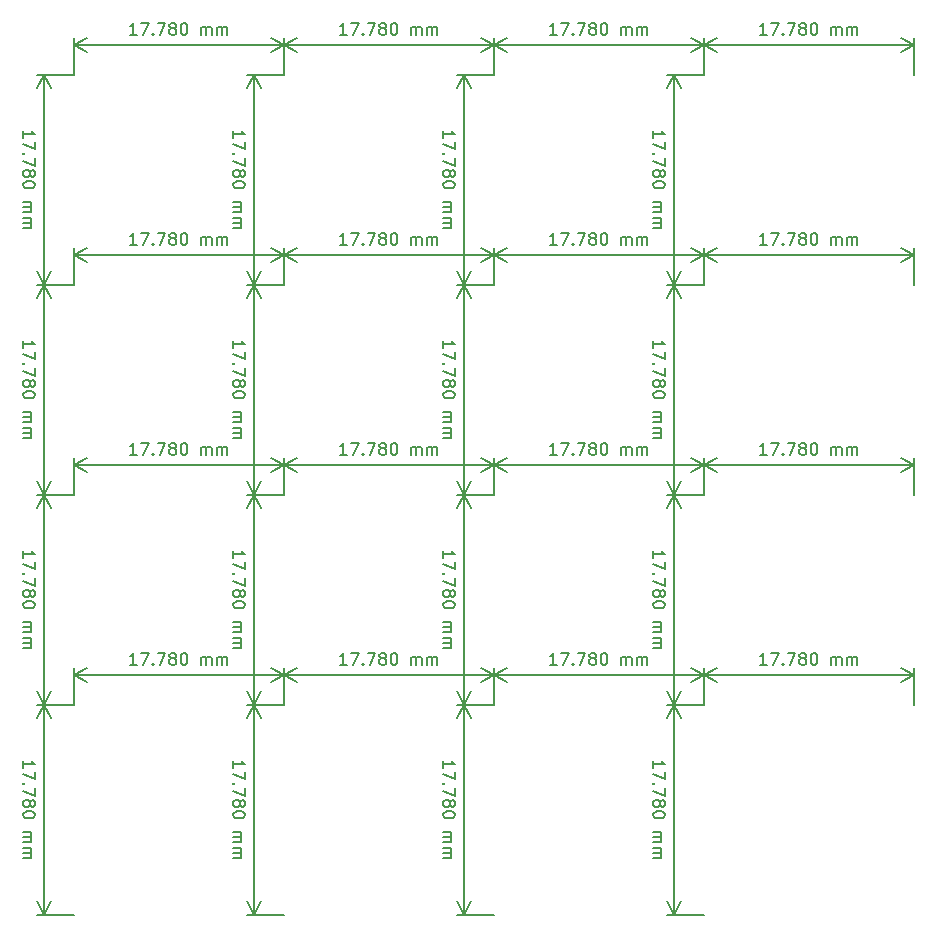
<source format=gbr>
%TF.GenerationSoftware,KiCad,Pcbnew,5.1.8*%
%TF.CreationDate,2020-11-29T15:40:31+01:00*%
%TF.ProjectId,panel,70616e65-6c2e-46b6-9963-61645f706362,rev?*%
%TF.SameCoordinates,Original*%
%TF.FileFunction,OtherDrawing,Comment*%
%FSLAX46Y46*%
G04 Gerber Fmt 4.6, Leading zero omitted, Abs format (unit mm)*
G04 Created by KiCad (PCBNEW 5.1.8) date 2020-11-29 15:40:31*
%MOMM*%
%LPD*%
G01*
G04 APERTURE LIST*
%ADD10C,0.150000*%
G04 APERTURE END LIST*
D10*
X99047635Y-108658587D02*
X99047635Y-108087158D01*
X99047635Y-108372873D02*
X100047635Y-108372873D01*
X99904777Y-108277635D01*
X99809539Y-108182396D01*
X99761920Y-108087158D01*
X100047635Y-108991920D02*
X100047635Y-109658587D01*
X99047635Y-109230016D01*
X99142873Y-110039539D02*
X99095254Y-110087158D01*
X99047635Y-110039539D01*
X99095254Y-109991920D01*
X99142873Y-110039539D01*
X99047635Y-110039539D01*
X100047635Y-110420492D02*
X100047635Y-111087158D01*
X99047635Y-110658587D01*
X99619063Y-111610968D02*
X99666682Y-111515730D01*
X99714301Y-111468111D01*
X99809539Y-111420492D01*
X99857158Y-111420492D01*
X99952396Y-111468111D01*
X100000016Y-111515730D01*
X100047635Y-111610968D01*
X100047635Y-111801444D01*
X100000016Y-111896682D01*
X99952396Y-111944301D01*
X99857158Y-111991920D01*
X99809539Y-111991920D01*
X99714301Y-111944301D01*
X99666682Y-111896682D01*
X99619063Y-111801444D01*
X99619063Y-111610968D01*
X99571444Y-111515730D01*
X99523825Y-111468111D01*
X99428587Y-111420492D01*
X99238111Y-111420492D01*
X99142873Y-111468111D01*
X99095254Y-111515730D01*
X99047635Y-111610968D01*
X99047635Y-111801444D01*
X99095254Y-111896682D01*
X99142873Y-111944301D01*
X99238111Y-111991920D01*
X99428587Y-111991920D01*
X99523825Y-111944301D01*
X99571444Y-111896682D01*
X99619063Y-111801444D01*
X100047635Y-112610968D02*
X100047635Y-112706206D01*
X100000016Y-112801444D01*
X99952396Y-112849063D01*
X99857158Y-112896682D01*
X99666682Y-112944301D01*
X99428587Y-112944301D01*
X99238111Y-112896682D01*
X99142873Y-112849063D01*
X99095254Y-112801444D01*
X99047635Y-112706206D01*
X99047635Y-112610968D01*
X99095254Y-112515730D01*
X99142873Y-112468111D01*
X99238111Y-112420492D01*
X99428587Y-112372873D01*
X99666682Y-112372873D01*
X99857158Y-112420492D01*
X99952396Y-112468111D01*
X100000016Y-112515730D01*
X100047635Y-112610968D01*
X99047635Y-114134777D02*
X99714301Y-114134777D01*
X99619063Y-114134777D02*
X99666682Y-114182396D01*
X99714301Y-114277635D01*
X99714301Y-114420492D01*
X99666682Y-114515730D01*
X99571444Y-114563349D01*
X99047635Y-114563349D01*
X99571444Y-114563349D02*
X99666682Y-114610968D01*
X99714301Y-114706206D01*
X99714301Y-114849063D01*
X99666682Y-114944301D01*
X99571444Y-114991920D01*
X99047635Y-114991920D01*
X99047635Y-115468111D02*
X99714301Y-115468111D01*
X99619063Y-115468111D02*
X99666682Y-115515730D01*
X99714301Y-115610968D01*
X99714301Y-115753825D01*
X99666682Y-115849063D01*
X99571444Y-115896682D01*
X99047635Y-115896682D01*
X99571444Y-115896682D02*
X99666682Y-115944301D01*
X99714301Y-116039539D01*
X99714301Y-116182396D01*
X99666682Y-116277635D01*
X99571444Y-116325254D01*
X99047635Y-116325254D01*
X100800016Y-103340016D02*
X100800016Y-121120016D01*
X103340016Y-103340016D02*
X100213595Y-103340016D01*
X103340016Y-121120016D02*
X100213595Y-121120016D01*
X100800016Y-121120016D02*
X100213595Y-119993512D01*
X100800016Y-121120016D02*
X101386437Y-119993512D01*
X100800016Y-103340016D02*
X100213595Y-104466520D01*
X100800016Y-103340016D02*
X101386437Y-104466520D01*
X108658587Y-99952396D02*
X108087158Y-99952396D01*
X108372873Y-99952396D02*
X108372873Y-98952396D01*
X108277635Y-99095254D01*
X108182396Y-99190492D01*
X108087158Y-99238111D01*
X108991920Y-98952396D02*
X109658587Y-98952396D01*
X109230016Y-99952396D01*
X110039539Y-99857158D02*
X110087158Y-99904777D01*
X110039539Y-99952396D01*
X109991920Y-99904777D01*
X110039539Y-99857158D01*
X110039539Y-99952396D01*
X110420492Y-98952396D02*
X111087158Y-98952396D01*
X110658587Y-99952396D01*
X111610968Y-99380968D02*
X111515730Y-99333349D01*
X111468111Y-99285730D01*
X111420492Y-99190492D01*
X111420492Y-99142873D01*
X111468111Y-99047635D01*
X111515730Y-99000016D01*
X111610968Y-98952396D01*
X111801444Y-98952396D01*
X111896682Y-99000016D01*
X111944301Y-99047635D01*
X111991920Y-99142873D01*
X111991920Y-99190492D01*
X111944301Y-99285730D01*
X111896682Y-99333349D01*
X111801444Y-99380968D01*
X111610968Y-99380968D01*
X111515730Y-99428587D01*
X111468111Y-99476206D01*
X111420492Y-99571444D01*
X111420492Y-99761920D01*
X111468111Y-99857158D01*
X111515730Y-99904777D01*
X111610968Y-99952396D01*
X111801444Y-99952396D01*
X111896682Y-99904777D01*
X111944301Y-99857158D01*
X111991920Y-99761920D01*
X111991920Y-99571444D01*
X111944301Y-99476206D01*
X111896682Y-99428587D01*
X111801444Y-99380968D01*
X112610968Y-98952396D02*
X112706206Y-98952396D01*
X112801444Y-99000016D01*
X112849063Y-99047635D01*
X112896682Y-99142873D01*
X112944301Y-99333349D01*
X112944301Y-99571444D01*
X112896682Y-99761920D01*
X112849063Y-99857158D01*
X112801444Y-99904777D01*
X112706206Y-99952396D01*
X112610968Y-99952396D01*
X112515730Y-99904777D01*
X112468111Y-99857158D01*
X112420492Y-99761920D01*
X112372873Y-99571444D01*
X112372873Y-99333349D01*
X112420492Y-99142873D01*
X112468111Y-99047635D01*
X112515730Y-99000016D01*
X112610968Y-98952396D01*
X114134777Y-99952396D02*
X114134777Y-99285730D01*
X114134777Y-99380968D02*
X114182396Y-99333349D01*
X114277635Y-99285730D01*
X114420492Y-99285730D01*
X114515730Y-99333349D01*
X114563349Y-99428587D01*
X114563349Y-99952396D01*
X114563349Y-99428587D02*
X114610968Y-99333349D01*
X114706206Y-99285730D01*
X114849063Y-99285730D01*
X114944301Y-99333349D01*
X114991920Y-99428587D01*
X114991920Y-99952396D01*
X115468111Y-99952396D02*
X115468111Y-99285730D01*
X115468111Y-99380968D02*
X115515730Y-99333349D01*
X115610968Y-99285730D01*
X115753825Y-99285730D01*
X115849063Y-99333349D01*
X115896682Y-99428587D01*
X115896682Y-99952396D01*
X115896682Y-99428587D02*
X115944301Y-99333349D01*
X116039539Y-99285730D01*
X116182396Y-99285730D01*
X116277635Y-99333349D01*
X116325254Y-99428587D01*
X116325254Y-99952396D01*
X103340016Y-100800016D02*
X121120016Y-100800016D01*
X103340016Y-103340016D02*
X103340016Y-100213595D01*
X121120016Y-103340016D02*
X121120016Y-100213595D01*
X121120016Y-100800016D02*
X119993512Y-101386437D01*
X121120016Y-100800016D02*
X119993512Y-100213595D01*
X103340016Y-100800016D02*
X104466520Y-101386437D01*
X103340016Y-100800016D02*
X104466520Y-100213595D01*
X81267630Y-108658587D02*
X81267630Y-108087158D01*
X81267630Y-108372873D02*
X82267630Y-108372873D01*
X82124772Y-108277635D01*
X82029534Y-108182396D01*
X81981915Y-108087158D01*
X82267630Y-108991920D02*
X82267630Y-109658587D01*
X81267630Y-109230016D01*
X81362868Y-110039539D02*
X81315249Y-110087158D01*
X81267630Y-110039539D01*
X81315249Y-109991920D01*
X81362868Y-110039539D01*
X81267630Y-110039539D01*
X82267630Y-110420492D02*
X82267630Y-111087158D01*
X81267630Y-110658587D01*
X81839058Y-111610968D02*
X81886677Y-111515730D01*
X81934296Y-111468111D01*
X82029534Y-111420492D01*
X82077153Y-111420492D01*
X82172391Y-111468111D01*
X82220011Y-111515730D01*
X82267630Y-111610968D01*
X82267630Y-111801444D01*
X82220011Y-111896682D01*
X82172391Y-111944301D01*
X82077153Y-111991920D01*
X82029534Y-111991920D01*
X81934296Y-111944301D01*
X81886677Y-111896682D01*
X81839058Y-111801444D01*
X81839058Y-111610968D01*
X81791439Y-111515730D01*
X81743820Y-111468111D01*
X81648582Y-111420492D01*
X81458106Y-111420492D01*
X81362868Y-111468111D01*
X81315249Y-111515730D01*
X81267630Y-111610968D01*
X81267630Y-111801444D01*
X81315249Y-111896682D01*
X81362868Y-111944301D01*
X81458106Y-111991920D01*
X81648582Y-111991920D01*
X81743820Y-111944301D01*
X81791439Y-111896682D01*
X81839058Y-111801444D01*
X82267630Y-112610968D02*
X82267630Y-112706206D01*
X82220011Y-112801444D01*
X82172391Y-112849063D01*
X82077153Y-112896682D01*
X81886677Y-112944301D01*
X81648582Y-112944301D01*
X81458106Y-112896682D01*
X81362868Y-112849063D01*
X81315249Y-112801444D01*
X81267630Y-112706206D01*
X81267630Y-112610968D01*
X81315249Y-112515730D01*
X81362868Y-112468111D01*
X81458106Y-112420492D01*
X81648582Y-112372873D01*
X81886677Y-112372873D01*
X82077153Y-112420492D01*
X82172391Y-112468111D01*
X82220011Y-112515730D01*
X82267630Y-112610968D01*
X81267630Y-114134777D02*
X81934296Y-114134777D01*
X81839058Y-114134777D02*
X81886677Y-114182396D01*
X81934296Y-114277635D01*
X81934296Y-114420492D01*
X81886677Y-114515730D01*
X81791439Y-114563349D01*
X81267630Y-114563349D01*
X81791439Y-114563349D02*
X81886677Y-114610968D01*
X81934296Y-114706206D01*
X81934296Y-114849063D01*
X81886677Y-114944301D01*
X81791439Y-114991920D01*
X81267630Y-114991920D01*
X81267630Y-115468111D02*
X81934296Y-115468111D01*
X81839058Y-115468111D02*
X81886677Y-115515730D01*
X81934296Y-115610968D01*
X81934296Y-115753825D01*
X81886677Y-115849063D01*
X81791439Y-115896682D01*
X81267630Y-115896682D01*
X81791439Y-115896682D02*
X81886677Y-115944301D01*
X81934296Y-116039539D01*
X81934296Y-116182396D01*
X81886677Y-116277635D01*
X81791439Y-116325254D01*
X81267630Y-116325254D01*
X83020011Y-103340016D02*
X83020011Y-121120016D01*
X85560011Y-103340016D02*
X82433590Y-103340016D01*
X85560011Y-121120016D02*
X82433590Y-121120016D01*
X83020011Y-121120016D02*
X82433590Y-119993512D01*
X83020011Y-121120016D02*
X83606432Y-119993512D01*
X83020011Y-103340016D02*
X82433590Y-104466520D01*
X83020011Y-103340016D02*
X83606432Y-104466520D01*
X90878582Y-99952396D02*
X90307153Y-99952396D01*
X90592868Y-99952396D02*
X90592868Y-98952396D01*
X90497630Y-99095254D01*
X90402391Y-99190492D01*
X90307153Y-99238111D01*
X91211915Y-98952396D02*
X91878582Y-98952396D01*
X91450011Y-99952396D01*
X92259534Y-99857158D02*
X92307153Y-99904777D01*
X92259534Y-99952396D01*
X92211915Y-99904777D01*
X92259534Y-99857158D01*
X92259534Y-99952396D01*
X92640487Y-98952396D02*
X93307153Y-98952396D01*
X92878582Y-99952396D01*
X93830963Y-99380968D02*
X93735725Y-99333349D01*
X93688106Y-99285730D01*
X93640487Y-99190492D01*
X93640487Y-99142873D01*
X93688106Y-99047635D01*
X93735725Y-99000016D01*
X93830963Y-98952396D01*
X94021439Y-98952396D01*
X94116677Y-99000016D01*
X94164296Y-99047635D01*
X94211915Y-99142873D01*
X94211915Y-99190492D01*
X94164296Y-99285730D01*
X94116677Y-99333349D01*
X94021439Y-99380968D01*
X93830963Y-99380968D01*
X93735725Y-99428587D01*
X93688106Y-99476206D01*
X93640487Y-99571444D01*
X93640487Y-99761920D01*
X93688106Y-99857158D01*
X93735725Y-99904777D01*
X93830963Y-99952396D01*
X94021439Y-99952396D01*
X94116677Y-99904777D01*
X94164296Y-99857158D01*
X94211915Y-99761920D01*
X94211915Y-99571444D01*
X94164296Y-99476206D01*
X94116677Y-99428587D01*
X94021439Y-99380968D01*
X94830963Y-98952396D02*
X94926201Y-98952396D01*
X95021439Y-99000016D01*
X95069058Y-99047635D01*
X95116677Y-99142873D01*
X95164296Y-99333349D01*
X95164296Y-99571444D01*
X95116677Y-99761920D01*
X95069058Y-99857158D01*
X95021439Y-99904777D01*
X94926201Y-99952396D01*
X94830963Y-99952396D01*
X94735725Y-99904777D01*
X94688106Y-99857158D01*
X94640487Y-99761920D01*
X94592868Y-99571444D01*
X94592868Y-99333349D01*
X94640487Y-99142873D01*
X94688106Y-99047635D01*
X94735725Y-99000016D01*
X94830963Y-98952396D01*
X96354772Y-99952396D02*
X96354772Y-99285730D01*
X96354772Y-99380968D02*
X96402391Y-99333349D01*
X96497630Y-99285730D01*
X96640487Y-99285730D01*
X96735725Y-99333349D01*
X96783344Y-99428587D01*
X96783344Y-99952396D01*
X96783344Y-99428587D02*
X96830963Y-99333349D01*
X96926201Y-99285730D01*
X97069058Y-99285730D01*
X97164296Y-99333349D01*
X97211915Y-99428587D01*
X97211915Y-99952396D01*
X97688106Y-99952396D02*
X97688106Y-99285730D01*
X97688106Y-99380968D02*
X97735725Y-99333349D01*
X97830963Y-99285730D01*
X97973820Y-99285730D01*
X98069058Y-99333349D01*
X98116677Y-99428587D01*
X98116677Y-99952396D01*
X98116677Y-99428587D02*
X98164296Y-99333349D01*
X98259534Y-99285730D01*
X98402391Y-99285730D01*
X98497630Y-99333349D01*
X98545249Y-99428587D01*
X98545249Y-99952396D01*
X85560011Y-100800016D02*
X103340011Y-100800016D01*
X85560011Y-103340016D02*
X85560011Y-100213595D01*
X103340011Y-103340016D02*
X103340011Y-100213595D01*
X103340011Y-100800016D02*
X102213507Y-101386437D01*
X103340011Y-100800016D02*
X102213507Y-100213595D01*
X85560011Y-100800016D02*
X86686515Y-101386437D01*
X85560011Y-100800016D02*
X86686515Y-100213595D01*
X63487625Y-108658587D02*
X63487625Y-108087158D01*
X63487625Y-108372873D02*
X64487625Y-108372873D01*
X64344767Y-108277635D01*
X64249529Y-108182396D01*
X64201910Y-108087158D01*
X64487625Y-108991920D02*
X64487625Y-109658587D01*
X63487625Y-109230016D01*
X63582863Y-110039539D02*
X63535244Y-110087158D01*
X63487625Y-110039539D01*
X63535244Y-109991920D01*
X63582863Y-110039539D01*
X63487625Y-110039539D01*
X64487625Y-110420492D02*
X64487625Y-111087158D01*
X63487625Y-110658587D01*
X64059053Y-111610968D02*
X64106672Y-111515730D01*
X64154291Y-111468111D01*
X64249529Y-111420492D01*
X64297148Y-111420492D01*
X64392386Y-111468111D01*
X64440006Y-111515730D01*
X64487625Y-111610968D01*
X64487625Y-111801444D01*
X64440006Y-111896682D01*
X64392386Y-111944301D01*
X64297148Y-111991920D01*
X64249529Y-111991920D01*
X64154291Y-111944301D01*
X64106672Y-111896682D01*
X64059053Y-111801444D01*
X64059053Y-111610968D01*
X64011434Y-111515730D01*
X63963815Y-111468111D01*
X63868577Y-111420492D01*
X63678101Y-111420492D01*
X63582863Y-111468111D01*
X63535244Y-111515730D01*
X63487625Y-111610968D01*
X63487625Y-111801444D01*
X63535244Y-111896682D01*
X63582863Y-111944301D01*
X63678101Y-111991920D01*
X63868577Y-111991920D01*
X63963815Y-111944301D01*
X64011434Y-111896682D01*
X64059053Y-111801444D01*
X64487625Y-112610968D02*
X64487625Y-112706206D01*
X64440006Y-112801444D01*
X64392386Y-112849063D01*
X64297148Y-112896682D01*
X64106672Y-112944301D01*
X63868577Y-112944301D01*
X63678101Y-112896682D01*
X63582863Y-112849063D01*
X63535244Y-112801444D01*
X63487625Y-112706206D01*
X63487625Y-112610968D01*
X63535244Y-112515730D01*
X63582863Y-112468111D01*
X63678101Y-112420492D01*
X63868577Y-112372873D01*
X64106672Y-112372873D01*
X64297148Y-112420492D01*
X64392386Y-112468111D01*
X64440006Y-112515730D01*
X64487625Y-112610968D01*
X63487625Y-114134777D02*
X64154291Y-114134777D01*
X64059053Y-114134777D02*
X64106672Y-114182396D01*
X64154291Y-114277635D01*
X64154291Y-114420492D01*
X64106672Y-114515730D01*
X64011434Y-114563349D01*
X63487625Y-114563349D01*
X64011434Y-114563349D02*
X64106672Y-114610968D01*
X64154291Y-114706206D01*
X64154291Y-114849063D01*
X64106672Y-114944301D01*
X64011434Y-114991920D01*
X63487625Y-114991920D01*
X63487625Y-115468111D02*
X64154291Y-115468111D01*
X64059053Y-115468111D02*
X64106672Y-115515730D01*
X64154291Y-115610968D01*
X64154291Y-115753825D01*
X64106672Y-115849063D01*
X64011434Y-115896682D01*
X63487625Y-115896682D01*
X64011434Y-115896682D02*
X64106672Y-115944301D01*
X64154291Y-116039539D01*
X64154291Y-116182396D01*
X64106672Y-116277635D01*
X64011434Y-116325254D01*
X63487625Y-116325254D01*
X65240006Y-103340016D02*
X65240006Y-121120016D01*
X67780006Y-103340016D02*
X64653585Y-103340016D01*
X67780006Y-121120016D02*
X64653585Y-121120016D01*
X65240006Y-121120016D02*
X64653585Y-119993512D01*
X65240006Y-121120016D02*
X65826427Y-119993512D01*
X65240006Y-103340016D02*
X64653585Y-104466520D01*
X65240006Y-103340016D02*
X65826427Y-104466520D01*
X73098577Y-99952396D02*
X72527148Y-99952396D01*
X72812863Y-99952396D02*
X72812863Y-98952396D01*
X72717625Y-99095254D01*
X72622386Y-99190492D01*
X72527148Y-99238111D01*
X73431910Y-98952396D02*
X74098577Y-98952396D01*
X73670006Y-99952396D01*
X74479529Y-99857158D02*
X74527148Y-99904777D01*
X74479529Y-99952396D01*
X74431910Y-99904777D01*
X74479529Y-99857158D01*
X74479529Y-99952396D01*
X74860482Y-98952396D02*
X75527148Y-98952396D01*
X75098577Y-99952396D01*
X76050958Y-99380968D02*
X75955720Y-99333349D01*
X75908101Y-99285730D01*
X75860482Y-99190492D01*
X75860482Y-99142873D01*
X75908101Y-99047635D01*
X75955720Y-99000016D01*
X76050958Y-98952396D01*
X76241434Y-98952396D01*
X76336672Y-99000016D01*
X76384291Y-99047635D01*
X76431910Y-99142873D01*
X76431910Y-99190492D01*
X76384291Y-99285730D01*
X76336672Y-99333349D01*
X76241434Y-99380968D01*
X76050958Y-99380968D01*
X75955720Y-99428587D01*
X75908101Y-99476206D01*
X75860482Y-99571444D01*
X75860482Y-99761920D01*
X75908101Y-99857158D01*
X75955720Y-99904777D01*
X76050958Y-99952396D01*
X76241434Y-99952396D01*
X76336672Y-99904777D01*
X76384291Y-99857158D01*
X76431910Y-99761920D01*
X76431910Y-99571444D01*
X76384291Y-99476206D01*
X76336672Y-99428587D01*
X76241434Y-99380968D01*
X77050958Y-98952396D02*
X77146196Y-98952396D01*
X77241434Y-99000016D01*
X77289053Y-99047635D01*
X77336672Y-99142873D01*
X77384291Y-99333349D01*
X77384291Y-99571444D01*
X77336672Y-99761920D01*
X77289053Y-99857158D01*
X77241434Y-99904777D01*
X77146196Y-99952396D01*
X77050958Y-99952396D01*
X76955720Y-99904777D01*
X76908101Y-99857158D01*
X76860482Y-99761920D01*
X76812863Y-99571444D01*
X76812863Y-99333349D01*
X76860482Y-99142873D01*
X76908101Y-99047635D01*
X76955720Y-99000016D01*
X77050958Y-98952396D01*
X78574767Y-99952396D02*
X78574767Y-99285730D01*
X78574767Y-99380968D02*
X78622386Y-99333349D01*
X78717625Y-99285730D01*
X78860482Y-99285730D01*
X78955720Y-99333349D01*
X79003339Y-99428587D01*
X79003339Y-99952396D01*
X79003339Y-99428587D02*
X79050958Y-99333349D01*
X79146196Y-99285730D01*
X79289053Y-99285730D01*
X79384291Y-99333349D01*
X79431910Y-99428587D01*
X79431910Y-99952396D01*
X79908101Y-99952396D02*
X79908101Y-99285730D01*
X79908101Y-99380968D02*
X79955720Y-99333349D01*
X80050958Y-99285730D01*
X80193815Y-99285730D01*
X80289053Y-99333349D01*
X80336672Y-99428587D01*
X80336672Y-99952396D01*
X80336672Y-99428587D02*
X80384291Y-99333349D01*
X80479529Y-99285730D01*
X80622386Y-99285730D01*
X80717625Y-99333349D01*
X80765244Y-99428587D01*
X80765244Y-99952396D01*
X67780006Y-100800016D02*
X85560006Y-100800016D01*
X67780006Y-103340016D02*
X67780006Y-100213595D01*
X85560006Y-103340016D02*
X85560006Y-100213595D01*
X85560006Y-100800016D02*
X84433502Y-101386437D01*
X85560006Y-100800016D02*
X84433502Y-100213595D01*
X67780006Y-100800016D02*
X68906510Y-101386437D01*
X67780006Y-100800016D02*
X68906510Y-100213595D01*
X45707620Y-108658587D02*
X45707620Y-108087158D01*
X45707620Y-108372873D02*
X46707620Y-108372873D01*
X46564762Y-108277635D01*
X46469524Y-108182396D01*
X46421905Y-108087158D01*
X46707620Y-108991920D02*
X46707620Y-109658587D01*
X45707620Y-109230016D01*
X45802858Y-110039539D02*
X45755239Y-110087158D01*
X45707620Y-110039539D01*
X45755239Y-109991920D01*
X45802858Y-110039539D01*
X45707620Y-110039539D01*
X46707620Y-110420492D02*
X46707620Y-111087158D01*
X45707620Y-110658587D01*
X46279048Y-111610968D02*
X46326667Y-111515730D01*
X46374286Y-111468111D01*
X46469524Y-111420492D01*
X46517143Y-111420492D01*
X46612381Y-111468111D01*
X46660001Y-111515730D01*
X46707620Y-111610968D01*
X46707620Y-111801444D01*
X46660001Y-111896682D01*
X46612381Y-111944301D01*
X46517143Y-111991920D01*
X46469524Y-111991920D01*
X46374286Y-111944301D01*
X46326667Y-111896682D01*
X46279048Y-111801444D01*
X46279048Y-111610968D01*
X46231429Y-111515730D01*
X46183810Y-111468111D01*
X46088572Y-111420492D01*
X45898096Y-111420492D01*
X45802858Y-111468111D01*
X45755239Y-111515730D01*
X45707620Y-111610968D01*
X45707620Y-111801444D01*
X45755239Y-111896682D01*
X45802858Y-111944301D01*
X45898096Y-111991920D01*
X46088572Y-111991920D01*
X46183810Y-111944301D01*
X46231429Y-111896682D01*
X46279048Y-111801444D01*
X46707620Y-112610968D02*
X46707620Y-112706206D01*
X46660001Y-112801444D01*
X46612381Y-112849063D01*
X46517143Y-112896682D01*
X46326667Y-112944301D01*
X46088572Y-112944301D01*
X45898096Y-112896682D01*
X45802858Y-112849063D01*
X45755239Y-112801444D01*
X45707620Y-112706206D01*
X45707620Y-112610968D01*
X45755239Y-112515730D01*
X45802858Y-112468111D01*
X45898096Y-112420492D01*
X46088572Y-112372873D01*
X46326667Y-112372873D01*
X46517143Y-112420492D01*
X46612381Y-112468111D01*
X46660001Y-112515730D01*
X46707620Y-112610968D01*
X45707620Y-114134777D02*
X46374286Y-114134777D01*
X46279048Y-114134777D02*
X46326667Y-114182396D01*
X46374286Y-114277635D01*
X46374286Y-114420492D01*
X46326667Y-114515730D01*
X46231429Y-114563349D01*
X45707620Y-114563349D01*
X46231429Y-114563349D02*
X46326667Y-114610968D01*
X46374286Y-114706206D01*
X46374286Y-114849063D01*
X46326667Y-114944301D01*
X46231429Y-114991920D01*
X45707620Y-114991920D01*
X45707620Y-115468111D02*
X46374286Y-115468111D01*
X46279048Y-115468111D02*
X46326667Y-115515730D01*
X46374286Y-115610968D01*
X46374286Y-115753825D01*
X46326667Y-115849063D01*
X46231429Y-115896682D01*
X45707620Y-115896682D01*
X46231429Y-115896682D02*
X46326667Y-115944301D01*
X46374286Y-116039539D01*
X46374286Y-116182396D01*
X46326667Y-116277635D01*
X46231429Y-116325254D01*
X45707620Y-116325254D01*
X47460001Y-103340016D02*
X47460001Y-121120016D01*
X50000001Y-103340016D02*
X46873580Y-103340016D01*
X50000001Y-121120016D02*
X46873580Y-121120016D01*
X47460001Y-121120016D02*
X46873580Y-119993512D01*
X47460001Y-121120016D02*
X48046422Y-119993512D01*
X47460001Y-103340016D02*
X46873580Y-104466520D01*
X47460001Y-103340016D02*
X48046422Y-104466520D01*
X55318572Y-99952396D02*
X54747143Y-99952396D01*
X55032858Y-99952396D02*
X55032858Y-98952396D01*
X54937620Y-99095254D01*
X54842381Y-99190492D01*
X54747143Y-99238111D01*
X55651905Y-98952396D02*
X56318572Y-98952396D01*
X55890001Y-99952396D01*
X56699524Y-99857158D02*
X56747143Y-99904777D01*
X56699524Y-99952396D01*
X56651905Y-99904777D01*
X56699524Y-99857158D01*
X56699524Y-99952396D01*
X57080477Y-98952396D02*
X57747143Y-98952396D01*
X57318572Y-99952396D01*
X58270953Y-99380968D02*
X58175715Y-99333349D01*
X58128096Y-99285730D01*
X58080477Y-99190492D01*
X58080477Y-99142873D01*
X58128096Y-99047635D01*
X58175715Y-99000016D01*
X58270953Y-98952396D01*
X58461429Y-98952396D01*
X58556667Y-99000016D01*
X58604286Y-99047635D01*
X58651905Y-99142873D01*
X58651905Y-99190492D01*
X58604286Y-99285730D01*
X58556667Y-99333349D01*
X58461429Y-99380968D01*
X58270953Y-99380968D01*
X58175715Y-99428587D01*
X58128096Y-99476206D01*
X58080477Y-99571444D01*
X58080477Y-99761920D01*
X58128096Y-99857158D01*
X58175715Y-99904777D01*
X58270953Y-99952396D01*
X58461429Y-99952396D01*
X58556667Y-99904777D01*
X58604286Y-99857158D01*
X58651905Y-99761920D01*
X58651905Y-99571444D01*
X58604286Y-99476206D01*
X58556667Y-99428587D01*
X58461429Y-99380968D01*
X59270953Y-98952396D02*
X59366191Y-98952396D01*
X59461429Y-99000016D01*
X59509048Y-99047635D01*
X59556667Y-99142873D01*
X59604286Y-99333349D01*
X59604286Y-99571444D01*
X59556667Y-99761920D01*
X59509048Y-99857158D01*
X59461429Y-99904777D01*
X59366191Y-99952396D01*
X59270953Y-99952396D01*
X59175715Y-99904777D01*
X59128096Y-99857158D01*
X59080477Y-99761920D01*
X59032858Y-99571444D01*
X59032858Y-99333349D01*
X59080477Y-99142873D01*
X59128096Y-99047635D01*
X59175715Y-99000016D01*
X59270953Y-98952396D01*
X60794762Y-99952396D02*
X60794762Y-99285730D01*
X60794762Y-99380968D02*
X60842381Y-99333349D01*
X60937620Y-99285730D01*
X61080477Y-99285730D01*
X61175715Y-99333349D01*
X61223334Y-99428587D01*
X61223334Y-99952396D01*
X61223334Y-99428587D02*
X61270953Y-99333349D01*
X61366191Y-99285730D01*
X61509048Y-99285730D01*
X61604286Y-99333349D01*
X61651905Y-99428587D01*
X61651905Y-99952396D01*
X62128096Y-99952396D02*
X62128096Y-99285730D01*
X62128096Y-99380968D02*
X62175715Y-99333349D01*
X62270953Y-99285730D01*
X62413810Y-99285730D01*
X62509048Y-99333349D01*
X62556667Y-99428587D01*
X62556667Y-99952396D01*
X62556667Y-99428587D02*
X62604286Y-99333349D01*
X62699524Y-99285730D01*
X62842381Y-99285730D01*
X62937620Y-99333349D01*
X62985239Y-99428587D01*
X62985239Y-99952396D01*
X50000001Y-100800016D02*
X67780001Y-100800016D01*
X50000001Y-103340016D02*
X50000001Y-100213595D01*
X67780001Y-103340016D02*
X67780001Y-100213595D01*
X67780001Y-100800016D02*
X66653497Y-101386437D01*
X67780001Y-100800016D02*
X66653497Y-100213595D01*
X50000001Y-100800016D02*
X51126505Y-101386437D01*
X50000001Y-100800016D02*
X51126505Y-100213595D01*
X99047635Y-90878582D02*
X99047635Y-90307153D01*
X99047635Y-90592868D02*
X100047635Y-90592868D01*
X99904777Y-90497630D01*
X99809539Y-90402391D01*
X99761920Y-90307153D01*
X100047635Y-91211915D02*
X100047635Y-91878582D01*
X99047635Y-91450011D01*
X99142873Y-92259534D02*
X99095254Y-92307153D01*
X99047635Y-92259534D01*
X99095254Y-92211915D01*
X99142873Y-92259534D01*
X99047635Y-92259534D01*
X100047635Y-92640487D02*
X100047635Y-93307153D01*
X99047635Y-92878582D01*
X99619063Y-93830963D02*
X99666682Y-93735725D01*
X99714301Y-93688106D01*
X99809539Y-93640487D01*
X99857158Y-93640487D01*
X99952396Y-93688106D01*
X100000016Y-93735725D01*
X100047635Y-93830963D01*
X100047635Y-94021439D01*
X100000016Y-94116677D01*
X99952396Y-94164296D01*
X99857158Y-94211915D01*
X99809539Y-94211915D01*
X99714301Y-94164296D01*
X99666682Y-94116677D01*
X99619063Y-94021439D01*
X99619063Y-93830963D01*
X99571444Y-93735725D01*
X99523825Y-93688106D01*
X99428587Y-93640487D01*
X99238111Y-93640487D01*
X99142873Y-93688106D01*
X99095254Y-93735725D01*
X99047635Y-93830963D01*
X99047635Y-94021439D01*
X99095254Y-94116677D01*
X99142873Y-94164296D01*
X99238111Y-94211915D01*
X99428587Y-94211915D01*
X99523825Y-94164296D01*
X99571444Y-94116677D01*
X99619063Y-94021439D01*
X100047635Y-94830963D02*
X100047635Y-94926201D01*
X100000016Y-95021439D01*
X99952396Y-95069058D01*
X99857158Y-95116677D01*
X99666682Y-95164296D01*
X99428587Y-95164296D01*
X99238111Y-95116677D01*
X99142873Y-95069058D01*
X99095254Y-95021439D01*
X99047635Y-94926201D01*
X99047635Y-94830963D01*
X99095254Y-94735725D01*
X99142873Y-94688106D01*
X99238111Y-94640487D01*
X99428587Y-94592868D01*
X99666682Y-94592868D01*
X99857158Y-94640487D01*
X99952396Y-94688106D01*
X100000016Y-94735725D01*
X100047635Y-94830963D01*
X99047635Y-96354772D02*
X99714301Y-96354772D01*
X99619063Y-96354772D02*
X99666682Y-96402391D01*
X99714301Y-96497630D01*
X99714301Y-96640487D01*
X99666682Y-96735725D01*
X99571444Y-96783344D01*
X99047635Y-96783344D01*
X99571444Y-96783344D02*
X99666682Y-96830963D01*
X99714301Y-96926201D01*
X99714301Y-97069058D01*
X99666682Y-97164296D01*
X99571444Y-97211915D01*
X99047635Y-97211915D01*
X99047635Y-97688106D02*
X99714301Y-97688106D01*
X99619063Y-97688106D02*
X99666682Y-97735725D01*
X99714301Y-97830963D01*
X99714301Y-97973820D01*
X99666682Y-98069058D01*
X99571444Y-98116677D01*
X99047635Y-98116677D01*
X99571444Y-98116677D02*
X99666682Y-98164296D01*
X99714301Y-98259534D01*
X99714301Y-98402391D01*
X99666682Y-98497630D01*
X99571444Y-98545249D01*
X99047635Y-98545249D01*
X100800016Y-85560011D02*
X100800016Y-103340011D01*
X103340016Y-85560011D02*
X100213595Y-85560011D01*
X103340016Y-103340011D02*
X100213595Y-103340011D01*
X100800016Y-103340011D02*
X100213595Y-102213507D01*
X100800016Y-103340011D02*
X101386437Y-102213507D01*
X100800016Y-85560011D02*
X100213595Y-86686515D01*
X100800016Y-85560011D02*
X101386437Y-86686515D01*
X108658587Y-82172391D02*
X108087158Y-82172391D01*
X108372873Y-82172391D02*
X108372873Y-81172391D01*
X108277635Y-81315249D01*
X108182396Y-81410487D01*
X108087158Y-81458106D01*
X108991920Y-81172391D02*
X109658587Y-81172391D01*
X109230016Y-82172391D01*
X110039539Y-82077153D02*
X110087158Y-82124772D01*
X110039539Y-82172391D01*
X109991920Y-82124772D01*
X110039539Y-82077153D01*
X110039539Y-82172391D01*
X110420492Y-81172391D02*
X111087158Y-81172391D01*
X110658587Y-82172391D01*
X111610968Y-81600963D02*
X111515730Y-81553344D01*
X111468111Y-81505725D01*
X111420492Y-81410487D01*
X111420492Y-81362868D01*
X111468111Y-81267630D01*
X111515730Y-81220011D01*
X111610968Y-81172391D01*
X111801444Y-81172391D01*
X111896682Y-81220011D01*
X111944301Y-81267630D01*
X111991920Y-81362868D01*
X111991920Y-81410487D01*
X111944301Y-81505725D01*
X111896682Y-81553344D01*
X111801444Y-81600963D01*
X111610968Y-81600963D01*
X111515730Y-81648582D01*
X111468111Y-81696201D01*
X111420492Y-81791439D01*
X111420492Y-81981915D01*
X111468111Y-82077153D01*
X111515730Y-82124772D01*
X111610968Y-82172391D01*
X111801444Y-82172391D01*
X111896682Y-82124772D01*
X111944301Y-82077153D01*
X111991920Y-81981915D01*
X111991920Y-81791439D01*
X111944301Y-81696201D01*
X111896682Y-81648582D01*
X111801444Y-81600963D01*
X112610968Y-81172391D02*
X112706206Y-81172391D01*
X112801444Y-81220011D01*
X112849063Y-81267630D01*
X112896682Y-81362868D01*
X112944301Y-81553344D01*
X112944301Y-81791439D01*
X112896682Y-81981915D01*
X112849063Y-82077153D01*
X112801444Y-82124772D01*
X112706206Y-82172391D01*
X112610968Y-82172391D01*
X112515730Y-82124772D01*
X112468111Y-82077153D01*
X112420492Y-81981915D01*
X112372873Y-81791439D01*
X112372873Y-81553344D01*
X112420492Y-81362868D01*
X112468111Y-81267630D01*
X112515730Y-81220011D01*
X112610968Y-81172391D01*
X114134777Y-82172391D02*
X114134777Y-81505725D01*
X114134777Y-81600963D02*
X114182396Y-81553344D01*
X114277635Y-81505725D01*
X114420492Y-81505725D01*
X114515730Y-81553344D01*
X114563349Y-81648582D01*
X114563349Y-82172391D01*
X114563349Y-81648582D02*
X114610968Y-81553344D01*
X114706206Y-81505725D01*
X114849063Y-81505725D01*
X114944301Y-81553344D01*
X114991920Y-81648582D01*
X114991920Y-82172391D01*
X115468111Y-82172391D02*
X115468111Y-81505725D01*
X115468111Y-81600963D02*
X115515730Y-81553344D01*
X115610968Y-81505725D01*
X115753825Y-81505725D01*
X115849063Y-81553344D01*
X115896682Y-81648582D01*
X115896682Y-82172391D01*
X115896682Y-81648582D02*
X115944301Y-81553344D01*
X116039539Y-81505725D01*
X116182396Y-81505725D01*
X116277635Y-81553344D01*
X116325254Y-81648582D01*
X116325254Y-82172391D01*
X103340016Y-83020011D02*
X121120016Y-83020011D01*
X103340016Y-85560011D02*
X103340016Y-82433590D01*
X121120016Y-85560011D02*
X121120016Y-82433590D01*
X121120016Y-83020011D02*
X119993512Y-83606432D01*
X121120016Y-83020011D02*
X119993512Y-82433590D01*
X103340016Y-83020011D02*
X104466520Y-83606432D01*
X103340016Y-83020011D02*
X104466520Y-82433590D01*
X81267630Y-90878582D02*
X81267630Y-90307153D01*
X81267630Y-90592868D02*
X82267630Y-90592868D01*
X82124772Y-90497630D01*
X82029534Y-90402391D01*
X81981915Y-90307153D01*
X82267630Y-91211915D02*
X82267630Y-91878582D01*
X81267630Y-91450011D01*
X81362868Y-92259534D02*
X81315249Y-92307153D01*
X81267630Y-92259534D01*
X81315249Y-92211915D01*
X81362868Y-92259534D01*
X81267630Y-92259534D01*
X82267630Y-92640487D02*
X82267630Y-93307153D01*
X81267630Y-92878582D01*
X81839058Y-93830963D02*
X81886677Y-93735725D01*
X81934296Y-93688106D01*
X82029534Y-93640487D01*
X82077153Y-93640487D01*
X82172391Y-93688106D01*
X82220011Y-93735725D01*
X82267630Y-93830963D01*
X82267630Y-94021439D01*
X82220011Y-94116677D01*
X82172391Y-94164296D01*
X82077153Y-94211915D01*
X82029534Y-94211915D01*
X81934296Y-94164296D01*
X81886677Y-94116677D01*
X81839058Y-94021439D01*
X81839058Y-93830963D01*
X81791439Y-93735725D01*
X81743820Y-93688106D01*
X81648582Y-93640487D01*
X81458106Y-93640487D01*
X81362868Y-93688106D01*
X81315249Y-93735725D01*
X81267630Y-93830963D01*
X81267630Y-94021439D01*
X81315249Y-94116677D01*
X81362868Y-94164296D01*
X81458106Y-94211915D01*
X81648582Y-94211915D01*
X81743820Y-94164296D01*
X81791439Y-94116677D01*
X81839058Y-94021439D01*
X82267630Y-94830963D02*
X82267630Y-94926201D01*
X82220011Y-95021439D01*
X82172391Y-95069058D01*
X82077153Y-95116677D01*
X81886677Y-95164296D01*
X81648582Y-95164296D01*
X81458106Y-95116677D01*
X81362868Y-95069058D01*
X81315249Y-95021439D01*
X81267630Y-94926201D01*
X81267630Y-94830963D01*
X81315249Y-94735725D01*
X81362868Y-94688106D01*
X81458106Y-94640487D01*
X81648582Y-94592868D01*
X81886677Y-94592868D01*
X82077153Y-94640487D01*
X82172391Y-94688106D01*
X82220011Y-94735725D01*
X82267630Y-94830963D01*
X81267630Y-96354772D02*
X81934296Y-96354772D01*
X81839058Y-96354772D02*
X81886677Y-96402391D01*
X81934296Y-96497630D01*
X81934296Y-96640487D01*
X81886677Y-96735725D01*
X81791439Y-96783344D01*
X81267630Y-96783344D01*
X81791439Y-96783344D02*
X81886677Y-96830963D01*
X81934296Y-96926201D01*
X81934296Y-97069058D01*
X81886677Y-97164296D01*
X81791439Y-97211915D01*
X81267630Y-97211915D01*
X81267630Y-97688106D02*
X81934296Y-97688106D01*
X81839058Y-97688106D02*
X81886677Y-97735725D01*
X81934296Y-97830963D01*
X81934296Y-97973820D01*
X81886677Y-98069058D01*
X81791439Y-98116677D01*
X81267630Y-98116677D01*
X81791439Y-98116677D02*
X81886677Y-98164296D01*
X81934296Y-98259534D01*
X81934296Y-98402391D01*
X81886677Y-98497630D01*
X81791439Y-98545249D01*
X81267630Y-98545249D01*
X83020011Y-85560011D02*
X83020011Y-103340011D01*
X85560011Y-85560011D02*
X82433590Y-85560011D01*
X85560011Y-103340011D02*
X82433590Y-103340011D01*
X83020011Y-103340011D02*
X82433590Y-102213507D01*
X83020011Y-103340011D02*
X83606432Y-102213507D01*
X83020011Y-85560011D02*
X82433590Y-86686515D01*
X83020011Y-85560011D02*
X83606432Y-86686515D01*
X90878582Y-82172391D02*
X90307153Y-82172391D01*
X90592868Y-82172391D02*
X90592868Y-81172391D01*
X90497630Y-81315249D01*
X90402391Y-81410487D01*
X90307153Y-81458106D01*
X91211915Y-81172391D02*
X91878582Y-81172391D01*
X91450011Y-82172391D01*
X92259534Y-82077153D02*
X92307153Y-82124772D01*
X92259534Y-82172391D01*
X92211915Y-82124772D01*
X92259534Y-82077153D01*
X92259534Y-82172391D01*
X92640487Y-81172391D02*
X93307153Y-81172391D01*
X92878582Y-82172391D01*
X93830963Y-81600963D02*
X93735725Y-81553344D01*
X93688106Y-81505725D01*
X93640487Y-81410487D01*
X93640487Y-81362868D01*
X93688106Y-81267630D01*
X93735725Y-81220011D01*
X93830963Y-81172391D01*
X94021439Y-81172391D01*
X94116677Y-81220011D01*
X94164296Y-81267630D01*
X94211915Y-81362868D01*
X94211915Y-81410487D01*
X94164296Y-81505725D01*
X94116677Y-81553344D01*
X94021439Y-81600963D01*
X93830963Y-81600963D01*
X93735725Y-81648582D01*
X93688106Y-81696201D01*
X93640487Y-81791439D01*
X93640487Y-81981915D01*
X93688106Y-82077153D01*
X93735725Y-82124772D01*
X93830963Y-82172391D01*
X94021439Y-82172391D01*
X94116677Y-82124772D01*
X94164296Y-82077153D01*
X94211915Y-81981915D01*
X94211915Y-81791439D01*
X94164296Y-81696201D01*
X94116677Y-81648582D01*
X94021439Y-81600963D01*
X94830963Y-81172391D02*
X94926201Y-81172391D01*
X95021439Y-81220011D01*
X95069058Y-81267630D01*
X95116677Y-81362868D01*
X95164296Y-81553344D01*
X95164296Y-81791439D01*
X95116677Y-81981915D01*
X95069058Y-82077153D01*
X95021439Y-82124772D01*
X94926201Y-82172391D01*
X94830963Y-82172391D01*
X94735725Y-82124772D01*
X94688106Y-82077153D01*
X94640487Y-81981915D01*
X94592868Y-81791439D01*
X94592868Y-81553344D01*
X94640487Y-81362868D01*
X94688106Y-81267630D01*
X94735725Y-81220011D01*
X94830963Y-81172391D01*
X96354772Y-82172391D02*
X96354772Y-81505725D01*
X96354772Y-81600963D02*
X96402391Y-81553344D01*
X96497630Y-81505725D01*
X96640487Y-81505725D01*
X96735725Y-81553344D01*
X96783344Y-81648582D01*
X96783344Y-82172391D01*
X96783344Y-81648582D02*
X96830963Y-81553344D01*
X96926201Y-81505725D01*
X97069058Y-81505725D01*
X97164296Y-81553344D01*
X97211915Y-81648582D01*
X97211915Y-82172391D01*
X97688106Y-82172391D02*
X97688106Y-81505725D01*
X97688106Y-81600963D02*
X97735725Y-81553344D01*
X97830963Y-81505725D01*
X97973820Y-81505725D01*
X98069058Y-81553344D01*
X98116677Y-81648582D01*
X98116677Y-82172391D01*
X98116677Y-81648582D02*
X98164296Y-81553344D01*
X98259534Y-81505725D01*
X98402391Y-81505725D01*
X98497630Y-81553344D01*
X98545249Y-81648582D01*
X98545249Y-82172391D01*
X85560011Y-83020011D02*
X103340011Y-83020011D01*
X85560011Y-85560011D02*
X85560011Y-82433590D01*
X103340011Y-85560011D02*
X103340011Y-82433590D01*
X103340011Y-83020011D02*
X102213507Y-83606432D01*
X103340011Y-83020011D02*
X102213507Y-82433590D01*
X85560011Y-83020011D02*
X86686515Y-83606432D01*
X85560011Y-83020011D02*
X86686515Y-82433590D01*
X63487625Y-90878582D02*
X63487625Y-90307153D01*
X63487625Y-90592868D02*
X64487625Y-90592868D01*
X64344767Y-90497630D01*
X64249529Y-90402391D01*
X64201910Y-90307153D01*
X64487625Y-91211915D02*
X64487625Y-91878582D01*
X63487625Y-91450011D01*
X63582863Y-92259534D02*
X63535244Y-92307153D01*
X63487625Y-92259534D01*
X63535244Y-92211915D01*
X63582863Y-92259534D01*
X63487625Y-92259534D01*
X64487625Y-92640487D02*
X64487625Y-93307153D01*
X63487625Y-92878582D01*
X64059053Y-93830963D02*
X64106672Y-93735725D01*
X64154291Y-93688106D01*
X64249529Y-93640487D01*
X64297148Y-93640487D01*
X64392386Y-93688106D01*
X64440006Y-93735725D01*
X64487625Y-93830963D01*
X64487625Y-94021439D01*
X64440006Y-94116677D01*
X64392386Y-94164296D01*
X64297148Y-94211915D01*
X64249529Y-94211915D01*
X64154291Y-94164296D01*
X64106672Y-94116677D01*
X64059053Y-94021439D01*
X64059053Y-93830963D01*
X64011434Y-93735725D01*
X63963815Y-93688106D01*
X63868577Y-93640487D01*
X63678101Y-93640487D01*
X63582863Y-93688106D01*
X63535244Y-93735725D01*
X63487625Y-93830963D01*
X63487625Y-94021439D01*
X63535244Y-94116677D01*
X63582863Y-94164296D01*
X63678101Y-94211915D01*
X63868577Y-94211915D01*
X63963815Y-94164296D01*
X64011434Y-94116677D01*
X64059053Y-94021439D01*
X64487625Y-94830963D02*
X64487625Y-94926201D01*
X64440006Y-95021439D01*
X64392386Y-95069058D01*
X64297148Y-95116677D01*
X64106672Y-95164296D01*
X63868577Y-95164296D01*
X63678101Y-95116677D01*
X63582863Y-95069058D01*
X63535244Y-95021439D01*
X63487625Y-94926201D01*
X63487625Y-94830963D01*
X63535244Y-94735725D01*
X63582863Y-94688106D01*
X63678101Y-94640487D01*
X63868577Y-94592868D01*
X64106672Y-94592868D01*
X64297148Y-94640487D01*
X64392386Y-94688106D01*
X64440006Y-94735725D01*
X64487625Y-94830963D01*
X63487625Y-96354772D02*
X64154291Y-96354772D01*
X64059053Y-96354772D02*
X64106672Y-96402391D01*
X64154291Y-96497630D01*
X64154291Y-96640487D01*
X64106672Y-96735725D01*
X64011434Y-96783344D01*
X63487625Y-96783344D01*
X64011434Y-96783344D02*
X64106672Y-96830963D01*
X64154291Y-96926201D01*
X64154291Y-97069058D01*
X64106672Y-97164296D01*
X64011434Y-97211915D01*
X63487625Y-97211915D01*
X63487625Y-97688106D02*
X64154291Y-97688106D01*
X64059053Y-97688106D02*
X64106672Y-97735725D01*
X64154291Y-97830963D01*
X64154291Y-97973820D01*
X64106672Y-98069058D01*
X64011434Y-98116677D01*
X63487625Y-98116677D01*
X64011434Y-98116677D02*
X64106672Y-98164296D01*
X64154291Y-98259534D01*
X64154291Y-98402391D01*
X64106672Y-98497630D01*
X64011434Y-98545249D01*
X63487625Y-98545249D01*
X65240006Y-85560011D02*
X65240006Y-103340011D01*
X67780006Y-85560011D02*
X64653585Y-85560011D01*
X67780006Y-103340011D02*
X64653585Y-103340011D01*
X65240006Y-103340011D02*
X64653585Y-102213507D01*
X65240006Y-103340011D02*
X65826427Y-102213507D01*
X65240006Y-85560011D02*
X64653585Y-86686515D01*
X65240006Y-85560011D02*
X65826427Y-86686515D01*
X73098577Y-82172391D02*
X72527148Y-82172391D01*
X72812863Y-82172391D02*
X72812863Y-81172391D01*
X72717625Y-81315249D01*
X72622386Y-81410487D01*
X72527148Y-81458106D01*
X73431910Y-81172391D02*
X74098577Y-81172391D01*
X73670006Y-82172391D01*
X74479529Y-82077153D02*
X74527148Y-82124772D01*
X74479529Y-82172391D01*
X74431910Y-82124772D01*
X74479529Y-82077153D01*
X74479529Y-82172391D01*
X74860482Y-81172391D02*
X75527148Y-81172391D01*
X75098577Y-82172391D01*
X76050958Y-81600963D02*
X75955720Y-81553344D01*
X75908101Y-81505725D01*
X75860482Y-81410487D01*
X75860482Y-81362868D01*
X75908101Y-81267630D01*
X75955720Y-81220011D01*
X76050958Y-81172391D01*
X76241434Y-81172391D01*
X76336672Y-81220011D01*
X76384291Y-81267630D01*
X76431910Y-81362868D01*
X76431910Y-81410487D01*
X76384291Y-81505725D01*
X76336672Y-81553344D01*
X76241434Y-81600963D01*
X76050958Y-81600963D01*
X75955720Y-81648582D01*
X75908101Y-81696201D01*
X75860482Y-81791439D01*
X75860482Y-81981915D01*
X75908101Y-82077153D01*
X75955720Y-82124772D01*
X76050958Y-82172391D01*
X76241434Y-82172391D01*
X76336672Y-82124772D01*
X76384291Y-82077153D01*
X76431910Y-81981915D01*
X76431910Y-81791439D01*
X76384291Y-81696201D01*
X76336672Y-81648582D01*
X76241434Y-81600963D01*
X77050958Y-81172391D02*
X77146196Y-81172391D01*
X77241434Y-81220011D01*
X77289053Y-81267630D01*
X77336672Y-81362868D01*
X77384291Y-81553344D01*
X77384291Y-81791439D01*
X77336672Y-81981915D01*
X77289053Y-82077153D01*
X77241434Y-82124772D01*
X77146196Y-82172391D01*
X77050958Y-82172391D01*
X76955720Y-82124772D01*
X76908101Y-82077153D01*
X76860482Y-81981915D01*
X76812863Y-81791439D01*
X76812863Y-81553344D01*
X76860482Y-81362868D01*
X76908101Y-81267630D01*
X76955720Y-81220011D01*
X77050958Y-81172391D01*
X78574767Y-82172391D02*
X78574767Y-81505725D01*
X78574767Y-81600963D02*
X78622386Y-81553344D01*
X78717625Y-81505725D01*
X78860482Y-81505725D01*
X78955720Y-81553344D01*
X79003339Y-81648582D01*
X79003339Y-82172391D01*
X79003339Y-81648582D02*
X79050958Y-81553344D01*
X79146196Y-81505725D01*
X79289053Y-81505725D01*
X79384291Y-81553344D01*
X79431910Y-81648582D01*
X79431910Y-82172391D01*
X79908101Y-82172391D02*
X79908101Y-81505725D01*
X79908101Y-81600963D02*
X79955720Y-81553344D01*
X80050958Y-81505725D01*
X80193815Y-81505725D01*
X80289053Y-81553344D01*
X80336672Y-81648582D01*
X80336672Y-82172391D01*
X80336672Y-81648582D02*
X80384291Y-81553344D01*
X80479529Y-81505725D01*
X80622386Y-81505725D01*
X80717625Y-81553344D01*
X80765244Y-81648582D01*
X80765244Y-82172391D01*
X67780006Y-83020011D02*
X85560006Y-83020011D01*
X67780006Y-85560011D02*
X67780006Y-82433590D01*
X85560006Y-85560011D02*
X85560006Y-82433590D01*
X85560006Y-83020011D02*
X84433502Y-83606432D01*
X85560006Y-83020011D02*
X84433502Y-82433590D01*
X67780006Y-83020011D02*
X68906510Y-83606432D01*
X67780006Y-83020011D02*
X68906510Y-82433590D01*
X45707620Y-90878582D02*
X45707620Y-90307153D01*
X45707620Y-90592868D02*
X46707620Y-90592868D01*
X46564762Y-90497630D01*
X46469524Y-90402391D01*
X46421905Y-90307153D01*
X46707620Y-91211915D02*
X46707620Y-91878582D01*
X45707620Y-91450011D01*
X45802858Y-92259534D02*
X45755239Y-92307153D01*
X45707620Y-92259534D01*
X45755239Y-92211915D01*
X45802858Y-92259534D01*
X45707620Y-92259534D01*
X46707620Y-92640487D02*
X46707620Y-93307153D01*
X45707620Y-92878582D01*
X46279048Y-93830963D02*
X46326667Y-93735725D01*
X46374286Y-93688106D01*
X46469524Y-93640487D01*
X46517143Y-93640487D01*
X46612381Y-93688106D01*
X46660001Y-93735725D01*
X46707620Y-93830963D01*
X46707620Y-94021439D01*
X46660001Y-94116677D01*
X46612381Y-94164296D01*
X46517143Y-94211915D01*
X46469524Y-94211915D01*
X46374286Y-94164296D01*
X46326667Y-94116677D01*
X46279048Y-94021439D01*
X46279048Y-93830963D01*
X46231429Y-93735725D01*
X46183810Y-93688106D01*
X46088572Y-93640487D01*
X45898096Y-93640487D01*
X45802858Y-93688106D01*
X45755239Y-93735725D01*
X45707620Y-93830963D01*
X45707620Y-94021439D01*
X45755239Y-94116677D01*
X45802858Y-94164296D01*
X45898096Y-94211915D01*
X46088572Y-94211915D01*
X46183810Y-94164296D01*
X46231429Y-94116677D01*
X46279048Y-94021439D01*
X46707620Y-94830963D02*
X46707620Y-94926201D01*
X46660001Y-95021439D01*
X46612381Y-95069058D01*
X46517143Y-95116677D01*
X46326667Y-95164296D01*
X46088572Y-95164296D01*
X45898096Y-95116677D01*
X45802858Y-95069058D01*
X45755239Y-95021439D01*
X45707620Y-94926201D01*
X45707620Y-94830963D01*
X45755239Y-94735725D01*
X45802858Y-94688106D01*
X45898096Y-94640487D01*
X46088572Y-94592868D01*
X46326667Y-94592868D01*
X46517143Y-94640487D01*
X46612381Y-94688106D01*
X46660001Y-94735725D01*
X46707620Y-94830963D01*
X45707620Y-96354772D02*
X46374286Y-96354772D01*
X46279048Y-96354772D02*
X46326667Y-96402391D01*
X46374286Y-96497630D01*
X46374286Y-96640487D01*
X46326667Y-96735725D01*
X46231429Y-96783344D01*
X45707620Y-96783344D01*
X46231429Y-96783344D02*
X46326667Y-96830963D01*
X46374286Y-96926201D01*
X46374286Y-97069058D01*
X46326667Y-97164296D01*
X46231429Y-97211915D01*
X45707620Y-97211915D01*
X45707620Y-97688106D02*
X46374286Y-97688106D01*
X46279048Y-97688106D02*
X46326667Y-97735725D01*
X46374286Y-97830963D01*
X46374286Y-97973820D01*
X46326667Y-98069058D01*
X46231429Y-98116677D01*
X45707620Y-98116677D01*
X46231429Y-98116677D02*
X46326667Y-98164296D01*
X46374286Y-98259534D01*
X46374286Y-98402391D01*
X46326667Y-98497630D01*
X46231429Y-98545249D01*
X45707620Y-98545249D01*
X47460001Y-85560011D02*
X47460001Y-103340011D01*
X50000001Y-85560011D02*
X46873580Y-85560011D01*
X50000001Y-103340011D02*
X46873580Y-103340011D01*
X47460001Y-103340011D02*
X46873580Y-102213507D01*
X47460001Y-103340011D02*
X48046422Y-102213507D01*
X47460001Y-85560011D02*
X46873580Y-86686515D01*
X47460001Y-85560011D02*
X48046422Y-86686515D01*
X55318572Y-82172391D02*
X54747143Y-82172391D01*
X55032858Y-82172391D02*
X55032858Y-81172391D01*
X54937620Y-81315249D01*
X54842381Y-81410487D01*
X54747143Y-81458106D01*
X55651905Y-81172391D02*
X56318572Y-81172391D01*
X55890001Y-82172391D01*
X56699524Y-82077153D02*
X56747143Y-82124772D01*
X56699524Y-82172391D01*
X56651905Y-82124772D01*
X56699524Y-82077153D01*
X56699524Y-82172391D01*
X57080477Y-81172391D02*
X57747143Y-81172391D01*
X57318572Y-82172391D01*
X58270953Y-81600963D02*
X58175715Y-81553344D01*
X58128096Y-81505725D01*
X58080477Y-81410487D01*
X58080477Y-81362868D01*
X58128096Y-81267630D01*
X58175715Y-81220011D01*
X58270953Y-81172391D01*
X58461429Y-81172391D01*
X58556667Y-81220011D01*
X58604286Y-81267630D01*
X58651905Y-81362868D01*
X58651905Y-81410487D01*
X58604286Y-81505725D01*
X58556667Y-81553344D01*
X58461429Y-81600963D01*
X58270953Y-81600963D01*
X58175715Y-81648582D01*
X58128096Y-81696201D01*
X58080477Y-81791439D01*
X58080477Y-81981915D01*
X58128096Y-82077153D01*
X58175715Y-82124772D01*
X58270953Y-82172391D01*
X58461429Y-82172391D01*
X58556667Y-82124772D01*
X58604286Y-82077153D01*
X58651905Y-81981915D01*
X58651905Y-81791439D01*
X58604286Y-81696201D01*
X58556667Y-81648582D01*
X58461429Y-81600963D01*
X59270953Y-81172391D02*
X59366191Y-81172391D01*
X59461429Y-81220011D01*
X59509048Y-81267630D01*
X59556667Y-81362868D01*
X59604286Y-81553344D01*
X59604286Y-81791439D01*
X59556667Y-81981915D01*
X59509048Y-82077153D01*
X59461429Y-82124772D01*
X59366191Y-82172391D01*
X59270953Y-82172391D01*
X59175715Y-82124772D01*
X59128096Y-82077153D01*
X59080477Y-81981915D01*
X59032858Y-81791439D01*
X59032858Y-81553344D01*
X59080477Y-81362868D01*
X59128096Y-81267630D01*
X59175715Y-81220011D01*
X59270953Y-81172391D01*
X60794762Y-82172391D02*
X60794762Y-81505725D01*
X60794762Y-81600963D02*
X60842381Y-81553344D01*
X60937620Y-81505725D01*
X61080477Y-81505725D01*
X61175715Y-81553344D01*
X61223334Y-81648582D01*
X61223334Y-82172391D01*
X61223334Y-81648582D02*
X61270953Y-81553344D01*
X61366191Y-81505725D01*
X61509048Y-81505725D01*
X61604286Y-81553344D01*
X61651905Y-81648582D01*
X61651905Y-82172391D01*
X62128096Y-82172391D02*
X62128096Y-81505725D01*
X62128096Y-81600963D02*
X62175715Y-81553344D01*
X62270953Y-81505725D01*
X62413810Y-81505725D01*
X62509048Y-81553344D01*
X62556667Y-81648582D01*
X62556667Y-82172391D01*
X62556667Y-81648582D02*
X62604286Y-81553344D01*
X62699524Y-81505725D01*
X62842381Y-81505725D01*
X62937620Y-81553344D01*
X62985239Y-81648582D01*
X62985239Y-82172391D01*
X50000001Y-83020011D02*
X67780001Y-83020011D01*
X50000001Y-85560011D02*
X50000001Y-82433590D01*
X67780001Y-85560011D02*
X67780001Y-82433590D01*
X67780001Y-83020011D02*
X66653497Y-83606432D01*
X67780001Y-83020011D02*
X66653497Y-82433590D01*
X50000001Y-83020011D02*
X51126505Y-83606432D01*
X50000001Y-83020011D02*
X51126505Y-82433590D01*
X99047635Y-73098577D02*
X99047635Y-72527148D01*
X99047635Y-72812863D02*
X100047635Y-72812863D01*
X99904777Y-72717625D01*
X99809539Y-72622386D01*
X99761920Y-72527148D01*
X100047635Y-73431910D02*
X100047635Y-74098577D01*
X99047635Y-73670006D01*
X99142873Y-74479529D02*
X99095254Y-74527148D01*
X99047635Y-74479529D01*
X99095254Y-74431910D01*
X99142873Y-74479529D01*
X99047635Y-74479529D01*
X100047635Y-74860482D02*
X100047635Y-75527148D01*
X99047635Y-75098577D01*
X99619063Y-76050958D02*
X99666682Y-75955720D01*
X99714301Y-75908101D01*
X99809539Y-75860482D01*
X99857158Y-75860482D01*
X99952396Y-75908101D01*
X100000016Y-75955720D01*
X100047635Y-76050958D01*
X100047635Y-76241434D01*
X100000016Y-76336672D01*
X99952396Y-76384291D01*
X99857158Y-76431910D01*
X99809539Y-76431910D01*
X99714301Y-76384291D01*
X99666682Y-76336672D01*
X99619063Y-76241434D01*
X99619063Y-76050958D01*
X99571444Y-75955720D01*
X99523825Y-75908101D01*
X99428587Y-75860482D01*
X99238111Y-75860482D01*
X99142873Y-75908101D01*
X99095254Y-75955720D01*
X99047635Y-76050958D01*
X99047635Y-76241434D01*
X99095254Y-76336672D01*
X99142873Y-76384291D01*
X99238111Y-76431910D01*
X99428587Y-76431910D01*
X99523825Y-76384291D01*
X99571444Y-76336672D01*
X99619063Y-76241434D01*
X100047635Y-77050958D02*
X100047635Y-77146196D01*
X100000016Y-77241434D01*
X99952396Y-77289053D01*
X99857158Y-77336672D01*
X99666682Y-77384291D01*
X99428587Y-77384291D01*
X99238111Y-77336672D01*
X99142873Y-77289053D01*
X99095254Y-77241434D01*
X99047635Y-77146196D01*
X99047635Y-77050958D01*
X99095254Y-76955720D01*
X99142873Y-76908101D01*
X99238111Y-76860482D01*
X99428587Y-76812863D01*
X99666682Y-76812863D01*
X99857158Y-76860482D01*
X99952396Y-76908101D01*
X100000016Y-76955720D01*
X100047635Y-77050958D01*
X99047635Y-78574767D02*
X99714301Y-78574767D01*
X99619063Y-78574767D02*
X99666682Y-78622386D01*
X99714301Y-78717625D01*
X99714301Y-78860482D01*
X99666682Y-78955720D01*
X99571444Y-79003339D01*
X99047635Y-79003339D01*
X99571444Y-79003339D02*
X99666682Y-79050958D01*
X99714301Y-79146196D01*
X99714301Y-79289053D01*
X99666682Y-79384291D01*
X99571444Y-79431910D01*
X99047635Y-79431910D01*
X99047635Y-79908101D02*
X99714301Y-79908101D01*
X99619063Y-79908101D02*
X99666682Y-79955720D01*
X99714301Y-80050958D01*
X99714301Y-80193815D01*
X99666682Y-80289053D01*
X99571444Y-80336672D01*
X99047635Y-80336672D01*
X99571444Y-80336672D02*
X99666682Y-80384291D01*
X99714301Y-80479529D01*
X99714301Y-80622386D01*
X99666682Y-80717625D01*
X99571444Y-80765244D01*
X99047635Y-80765244D01*
X100800016Y-67780006D02*
X100800016Y-85560006D01*
X103340016Y-67780006D02*
X100213595Y-67780006D01*
X103340016Y-85560006D02*
X100213595Y-85560006D01*
X100800016Y-85560006D02*
X100213595Y-84433502D01*
X100800016Y-85560006D02*
X101386437Y-84433502D01*
X100800016Y-67780006D02*
X100213595Y-68906510D01*
X100800016Y-67780006D02*
X101386437Y-68906510D01*
X108658587Y-64392386D02*
X108087158Y-64392386D01*
X108372873Y-64392386D02*
X108372873Y-63392386D01*
X108277635Y-63535244D01*
X108182396Y-63630482D01*
X108087158Y-63678101D01*
X108991920Y-63392386D02*
X109658587Y-63392386D01*
X109230016Y-64392386D01*
X110039539Y-64297148D02*
X110087158Y-64344767D01*
X110039539Y-64392386D01*
X109991920Y-64344767D01*
X110039539Y-64297148D01*
X110039539Y-64392386D01*
X110420492Y-63392386D02*
X111087158Y-63392386D01*
X110658587Y-64392386D01*
X111610968Y-63820958D02*
X111515730Y-63773339D01*
X111468111Y-63725720D01*
X111420492Y-63630482D01*
X111420492Y-63582863D01*
X111468111Y-63487625D01*
X111515730Y-63440006D01*
X111610968Y-63392386D01*
X111801444Y-63392386D01*
X111896682Y-63440006D01*
X111944301Y-63487625D01*
X111991920Y-63582863D01*
X111991920Y-63630482D01*
X111944301Y-63725720D01*
X111896682Y-63773339D01*
X111801444Y-63820958D01*
X111610968Y-63820958D01*
X111515730Y-63868577D01*
X111468111Y-63916196D01*
X111420492Y-64011434D01*
X111420492Y-64201910D01*
X111468111Y-64297148D01*
X111515730Y-64344767D01*
X111610968Y-64392386D01*
X111801444Y-64392386D01*
X111896682Y-64344767D01*
X111944301Y-64297148D01*
X111991920Y-64201910D01*
X111991920Y-64011434D01*
X111944301Y-63916196D01*
X111896682Y-63868577D01*
X111801444Y-63820958D01*
X112610968Y-63392386D02*
X112706206Y-63392386D01*
X112801444Y-63440006D01*
X112849063Y-63487625D01*
X112896682Y-63582863D01*
X112944301Y-63773339D01*
X112944301Y-64011434D01*
X112896682Y-64201910D01*
X112849063Y-64297148D01*
X112801444Y-64344767D01*
X112706206Y-64392386D01*
X112610968Y-64392386D01*
X112515730Y-64344767D01*
X112468111Y-64297148D01*
X112420492Y-64201910D01*
X112372873Y-64011434D01*
X112372873Y-63773339D01*
X112420492Y-63582863D01*
X112468111Y-63487625D01*
X112515730Y-63440006D01*
X112610968Y-63392386D01*
X114134777Y-64392386D02*
X114134777Y-63725720D01*
X114134777Y-63820958D02*
X114182396Y-63773339D01*
X114277635Y-63725720D01*
X114420492Y-63725720D01*
X114515730Y-63773339D01*
X114563349Y-63868577D01*
X114563349Y-64392386D01*
X114563349Y-63868577D02*
X114610968Y-63773339D01*
X114706206Y-63725720D01*
X114849063Y-63725720D01*
X114944301Y-63773339D01*
X114991920Y-63868577D01*
X114991920Y-64392386D01*
X115468111Y-64392386D02*
X115468111Y-63725720D01*
X115468111Y-63820958D02*
X115515730Y-63773339D01*
X115610968Y-63725720D01*
X115753825Y-63725720D01*
X115849063Y-63773339D01*
X115896682Y-63868577D01*
X115896682Y-64392386D01*
X115896682Y-63868577D02*
X115944301Y-63773339D01*
X116039539Y-63725720D01*
X116182396Y-63725720D01*
X116277635Y-63773339D01*
X116325254Y-63868577D01*
X116325254Y-64392386D01*
X103340016Y-65240006D02*
X121120016Y-65240006D01*
X103340016Y-67780006D02*
X103340016Y-64653585D01*
X121120016Y-67780006D02*
X121120016Y-64653585D01*
X121120016Y-65240006D02*
X119993512Y-65826427D01*
X121120016Y-65240006D02*
X119993512Y-64653585D01*
X103340016Y-65240006D02*
X104466520Y-65826427D01*
X103340016Y-65240006D02*
X104466520Y-64653585D01*
X81267630Y-73098577D02*
X81267630Y-72527148D01*
X81267630Y-72812863D02*
X82267630Y-72812863D01*
X82124772Y-72717625D01*
X82029534Y-72622386D01*
X81981915Y-72527148D01*
X82267630Y-73431910D02*
X82267630Y-74098577D01*
X81267630Y-73670006D01*
X81362868Y-74479529D02*
X81315249Y-74527148D01*
X81267630Y-74479529D01*
X81315249Y-74431910D01*
X81362868Y-74479529D01*
X81267630Y-74479529D01*
X82267630Y-74860482D02*
X82267630Y-75527148D01*
X81267630Y-75098577D01*
X81839058Y-76050958D02*
X81886677Y-75955720D01*
X81934296Y-75908101D01*
X82029534Y-75860482D01*
X82077153Y-75860482D01*
X82172391Y-75908101D01*
X82220011Y-75955720D01*
X82267630Y-76050958D01*
X82267630Y-76241434D01*
X82220011Y-76336672D01*
X82172391Y-76384291D01*
X82077153Y-76431910D01*
X82029534Y-76431910D01*
X81934296Y-76384291D01*
X81886677Y-76336672D01*
X81839058Y-76241434D01*
X81839058Y-76050958D01*
X81791439Y-75955720D01*
X81743820Y-75908101D01*
X81648582Y-75860482D01*
X81458106Y-75860482D01*
X81362868Y-75908101D01*
X81315249Y-75955720D01*
X81267630Y-76050958D01*
X81267630Y-76241434D01*
X81315249Y-76336672D01*
X81362868Y-76384291D01*
X81458106Y-76431910D01*
X81648582Y-76431910D01*
X81743820Y-76384291D01*
X81791439Y-76336672D01*
X81839058Y-76241434D01*
X82267630Y-77050958D02*
X82267630Y-77146196D01*
X82220011Y-77241434D01*
X82172391Y-77289053D01*
X82077153Y-77336672D01*
X81886677Y-77384291D01*
X81648582Y-77384291D01*
X81458106Y-77336672D01*
X81362868Y-77289053D01*
X81315249Y-77241434D01*
X81267630Y-77146196D01*
X81267630Y-77050958D01*
X81315249Y-76955720D01*
X81362868Y-76908101D01*
X81458106Y-76860482D01*
X81648582Y-76812863D01*
X81886677Y-76812863D01*
X82077153Y-76860482D01*
X82172391Y-76908101D01*
X82220011Y-76955720D01*
X82267630Y-77050958D01*
X81267630Y-78574767D02*
X81934296Y-78574767D01*
X81839058Y-78574767D02*
X81886677Y-78622386D01*
X81934296Y-78717625D01*
X81934296Y-78860482D01*
X81886677Y-78955720D01*
X81791439Y-79003339D01*
X81267630Y-79003339D01*
X81791439Y-79003339D02*
X81886677Y-79050958D01*
X81934296Y-79146196D01*
X81934296Y-79289053D01*
X81886677Y-79384291D01*
X81791439Y-79431910D01*
X81267630Y-79431910D01*
X81267630Y-79908101D02*
X81934296Y-79908101D01*
X81839058Y-79908101D02*
X81886677Y-79955720D01*
X81934296Y-80050958D01*
X81934296Y-80193815D01*
X81886677Y-80289053D01*
X81791439Y-80336672D01*
X81267630Y-80336672D01*
X81791439Y-80336672D02*
X81886677Y-80384291D01*
X81934296Y-80479529D01*
X81934296Y-80622386D01*
X81886677Y-80717625D01*
X81791439Y-80765244D01*
X81267630Y-80765244D01*
X83020011Y-67780006D02*
X83020011Y-85560006D01*
X85560011Y-67780006D02*
X82433590Y-67780006D01*
X85560011Y-85560006D02*
X82433590Y-85560006D01*
X83020011Y-85560006D02*
X82433590Y-84433502D01*
X83020011Y-85560006D02*
X83606432Y-84433502D01*
X83020011Y-67780006D02*
X82433590Y-68906510D01*
X83020011Y-67780006D02*
X83606432Y-68906510D01*
X90878582Y-64392386D02*
X90307153Y-64392386D01*
X90592868Y-64392386D02*
X90592868Y-63392386D01*
X90497630Y-63535244D01*
X90402391Y-63630482D01*
X90307153Y-63678101D01*
X91211915Y-63392386D02*
X91878582Y-63392386D01*
X91450011Y-64392386D01*
X92259534Y-64297148D02*
X92307153Y-64344767D01*
X92259534Y-64392386D01*
X92211915Y-64344767D01*
X92259534Y-64297148D01*
X92259534Y-64392386D01*
X92640487Y-63392386D02*
X93307153Y-63392386D01*
X92878582Y-64392386D01*
X93830963Y-63820958D02*
X93735725Y-63773339D01*
X93688106Y-63725720D01*
X93640487Y-63630482D01*
X93640487Y-63582863D01*
X93688106Y-63487625D01*
X93735725Y-63440006D01*
X93830963Y-63392386D01*
X94021439Y-63392386D01*
X94116677Y-63440006D01*
X94164296Y-63487625D01*
X94211915Y-63582863D01*
X94211915Y-63630482D01*
X94164296Y-63725720D01*
X94116677Y-63773339D01*
X94021439Y-63820958D01*
X93830963Y-63820958D01*
X93735725Y-63868577D01*
X93688106Y-63916196D01*
X93640487Y-64011434D01*
X93640487Y-64201910D01*
X93688106Y-64297148D01*
X93735725Y-64344767D01*
X93830963Y-64392386D01*
X94021439Y-64392386D01*
X94116677Y-64344767D01*
X94164296Y-64297148D01*
X94211915Y-64201910D01*
X94211915Y-64011434D01*
X94164296Y-63916196D01*
X94116677Y-63868577D01*
X94021439Y-63820958D01*
X94830963Y-63392386D02*
X94926201Y-63392386D01*
X95021439Y-63440006D01*
X95069058Y-63487625D01*
X95116677Y-63582863D01*
X95164296Y-63773339D01*
X95164296Y-64011434D01*
X95116677Y-64201910D01*
X95069058Y-64297148D01*
X95021439Y-64344767D01*
X94926201Y-64392386D01*
X94830963Y-64392386D01*
X94735725Y-64344767D01*
X94688106Y-64297148D01*
X94640487Y-64201910D01*
X94592868Y-64011434D01*
X94592868Y-63773339D01*
X94640487Y-63582863D01*
X94688106Y-63487625D01*
X94735725Y-63440006D01*
X94830963Y-63392386D01*
X96354772Y-64392386D02*
X96354772Y-63725720D01*
X96354772Y-63820958D02*
X96402391Y-63773339D01*
X96497630Y-63725720D01*
X96640487Y-63725720D01*
X96735725Y-63773339D01*
X96783344Y-63868577D01*
X96783344Y-64392386D01*
X96783344Y-63868577D02*
X96830963Y-63773339D01*
X96926201Y-63725720D01*
X97069058Y-63725720D01*
X97164296Y-63773339D01*
X97211915Y-63868577D01*
X97211915Y-64392386D01*
X97688106Y-64392386D02*
X97688106Y-63725720D01*
X97688106Y-63820958D02*
X97735725Y-63773339D01*
X97830963Y-63725720D01*
X97973820Y-63725720D01*
X98069058Y-63773339D01*
X98116677Y-63868577D01*
X98116677Y-64392386D01*
X98116677Y-63868577D02*
X98164296Y-63773339D01*
X98259534Y-63725720D01*
X98402391Y-63725720D01*
X98497630Y-63773339D01*
X98545249Y-63868577D01*
X98545249Y-64392386D01*
X85560011Y-65240006D02*
X103340011Y-65240006D01*
X85560011Y-67780006D02*
X85560011Y-64653585D01*
X103340011Y-67780006D02*
X103340011Y-64653585D01*
X103340011Y-65240006D02*
X102213507Y-65826427D01*
X103340011Y-65240006D02*
X102213507Y-64653585D01*
X85560011Y-65240006D02*
X86686515Y-65826427D01*
X85560011Y-65240006D02*
X86686515Y-64653585D01*
X63487625Y-73098577D02*
X63487625Y-72527148D01*
X63487625Y-72812863D02*
X64487625Y-72812863D01*
X64344767Y-72717625D01*
X64249529Y-72622386D01*
X64201910Y-72527148D01*
X64487625Y-73431910D02*
X64487625Y-74098577D01*
X63487625Y-73670006D01*
X63582863Y-74479529D02*
X63535244Y-74527148D01*
X63487625Y-74479529D01*
X63535244Y-74431910D01*
X63582863Y-74479529D01*
X63487625Y-74479529D01*
X64487625Y-74860482D02*
X64487625Y-75527148D01*
X63487625Y-75098577D01*
X64059053Y-76050958D02*
X64106672Y-75955720D01*
X64154291Y-75908101D01*
X64249529Y-75860482D01*
X64297148Y-75860482D01*
X64392386Y-75908101D01*
X64440006Y-75955720D01*
X64487625Y-76050958D01*
X64487625Y-76241434D01*
X64440006Y-76336672D01*
X64392386Y-76384291D01*
X64297148Y-76431910D01*
X64249529Y-76431910D01*
X64154291Y-76384291D01*
X64106672Y-76336672D01*
X64059053Y-76241434D01*
X64059053Y-76050958D01*
X64011434Y-75955720D01*
X63963815Y-75908101D01*
X63868577Y-75860482D01*
X63678101Y-75860482D01*
X63582863Y-75908101D01*
X63535244Y-75955720D01*
X63487625Y-76050958D01*
X63487625Y-76241434D01*
X63535244Y-76336672D01*
X63582863Y-76384291D01*
X63678101Y-76431910D01*
X63868577Y-76431910D01*
X63963815Y-76384291D01*
X64011434Y-76336672D01*
X64059053Y-76241434D01*
X64487625Y-77050958D02*
X64487625Y-77146196D01*
X64440006Y-77241434D01*
X64392386Y-77289053D01*
X64297148Y-77336672D01*
X64106672Y-77384291D01*
X63868577Y-77384291D01*
X63678101Y-77336672D01*
X63582863Y-77289053D01*
X63535244Y-77241434D01*
X63487625Y-77146196D01*
X63487625Y-77050958D01*
X63535244Y-76955720D01*
X63582863Y-76908101D01*
X63678101Y-76860482D01*
X63868577Y-76812863D01*
X64106672Y-76812863D01*
X64297148Y-76860482D01*
X64392386Y-76908101D01*
X64440006Y-76955720D01*
X64487625Y-77050958D01*
X63487625Y-78574767D02*
X64154291Y-78574767D01*
X64059053Y-78574767D02*
X64106672Y-78622386D01*
X64154291Y-78717625D01*
X64154291Y-78860482D01*
X64106672Y-78955720D01*
X64011434Y-79003339D01*
X63487625Y-79003339D01*
X64011434Y-79003339D02*
X64106672Y-79050958D01*
X64154291Y-79146196D01*
X64154291Y-79289053D01*
X64106672Y-79384291D01*
X64011434Y-79431910D01*
X63487625Y-79431910D01*
X63487625Y-79908101D02*
X64154291Y-79908101D01*
X64059053Y-79908101D02*
X64106672Y-79955720D01*
X64154291Y-80050958D01*
X64154291Y-80193815D01*
X64106672Y-80289053D01*
X64011434Y-80336672D01*
X63487625Y-80336672D01*
X64011434Y-80336672D02*
X64106672Y-80384291D01*
X64154291Y-80479529D01*
X64154291Y-80622386D01*
X64106672Y-80717625D01*
X64011434Y-80765244D01*
X63487625Y-80765244D01*
X65240006Y-67780006D02*
X65240006Y-85560006D01*
X67780006Y-67780006D02*
X64653585Y-67780006D01*
X67780006Y-85560006D02*
X64653585Y-85560006D01*
X65240006Y-85560006D02*
X64653585Y-84433502D01*
X65240006Y-85560006D02*
X65826427Y-84433502D01*
X65240006Y-67780006D02*
X64653585Y-68906510D01*
X65240006Y-67780006D02*
X65826427Y-68906510D01*
X73098577Y-64392386D02*
X72527148Y-64392386D01*
X72812863Y-64392386D02*
X72812863Y-63392386D01*
X72717625Y-63535244D01*
X72622386Y-63630482D01*
X72527148Y-63678101D01*
X73431910Y-63392386D02*
X74098577Y-63392386D01*
X73670006Y-64392386D01*
X74479529Y-64297148D02*
X74527148Y-64344767D01*
X74479529Y-64392386D01*
X74431910Y-64344767D01*
X74479529Y-64297148D01*
X74479529Y-64392386D01*
X74860482Y-63392386D02*
X75527148Y-63392386D01*
X75098577Y-64392386D01*
X76050958Y-63820958D02*
X75955720Y-63773339D01*
X75908101Y-63725720D01*
X75860482Y-63630482D01*
X75860482Y-63582863D01*
X75908101Y-63487625D01*
X75955720Y-63440006D01*
X76050958Y-63392386D01*
X76241434Y-63392386D01*
X76336672Y-63440006D01*
X76384291Y-63487625D01*
X76431910Y-63582863D01*
X76431910Y-63630482D01*
X76384291Y-63725720D01*
X76336672Y-63773339D01*
X76241434Y-63820958D01*
X76050958Y-63820958D01*
X75955720Y-63868577D01*
X75908101Y-63916196D01*
X75860482Y-64011434D01*
X75860482Y-64201910D01*
X75908101Y-64297148D01*
X75955720Y-64344767D01*
X76050958Y-64392386D01*
X76241434Y-64392386D01*
X76336672Y-64344767D01*
X76384291Y-64297148D01*
X76431910Y-64201910D01*
X76431910Y-64011434D01*
X76384291Y-63916196D01*
X76336672Y-63868577D01*
X76241434Y-63820958D01*
X77050958Y-63392386D02*
X77146196Y-63392386D01*
X77241434Y-63440006D01*
X77289053Y-63487625D01*
X77336672Y-63582863D01*
X77384291Y-63773339D01*
X77384291Y-64011434D01*
X77336672Y-64201910D01*
X77289053Y-64297148D01*
X77241434Y-64344767D01*
X77146196Y-64392386D01*
X77050958Y-64392386D01*
X76955720Y-64344767D01*
X76908101Y-64297148D01*
X76860482Y-64201910D01*
X76812863Y-64011434D01*
X76812863Y-63773339D01*
X76860482Y-63582863D01*
X76908101Y-63487625D01*
X76955720Y-63440006D01*
X77050958Y-63392386D01*
X78574767Y-64392386D02*
X78574767Y-63725720D01*
X78574767Y-63820958D02*
X78622386Y-63773339D01*
X78717625Y-63725720D01*
X78860482Y-63725720D01*
X78955720Y-63773339D01*
X79003339Y-63868577D01*
X79003339Y-64392386D01*
X79003339Y-63868577D02*
X79050958Y-63773339D01*
X79146196Y-63725720D01*
X79289053Y-63725720D01*
X79384291Y-63773339D01*
X79431910Y-63868577D01*
X79431910Y-64392386D01*
X79908101Y-64392386D02*
X79908101Y-63725720D01*
X79908101Y-63820958D02*
X79955720Y-63773339D01*
X80050958Y-63725720D01*
X80193815Y-63725720D01*
X80289053Y-63773339D01*
X80336672Y-63868577D01*
X80336672Y-64392386D01*
X80336672Y-63868577D02*
X80384291Y-63773339D01*
X80479529Y-63725720D01*
X80622386Y-63725720D01*
X80717625Y-63773339D01*
X80765244Y-63868577D01*
X80765244Y-64392386D01*
X67780006Y-65240006D02*
X85560006Y-65240006D01*
X67780006Y-67780006D02*
X67780006Y-64653585D01*
X85560006Y-67780006D02*
X85560006Y-64653585D01*
X85560006Y-65240006D02*
X84433502Y-65826427D01*
X85560006Y-65240006D02*
X84433502Y-64653585D01*
X67780006Y-65240006D02*
X68906510Y-65826427D01*
X67780006Y-65240006D02*
X68906510Y-64653585D01*
X45707620Y-73098577D02*
X45707620Y-72527148D01*
X45707620Y-72812863D02*
X46707620Y-72812863D01*
X46564762Y-72717625D01*
X46469524Y-72622386D01*
X46421905Y-72527148D01*
X46707620Y-73431910D02*
X46707620Y-74098577D01*
X45707620Y-73670006D01*
X45802858Y-74479529D02*
X45755239Y-74527148D01*
X45707620Y-74479529D01*
X45755239Y-74431910D01*
X45802858Y-74479529D01*
X45707620Y-74479529D01*
X46707620Y-74860482D02*
X46707620Y-75527148D01*
X45707620Y-75098577D01*
X46279048Y-76050958D02*
X46326667Y-75955720D01*
X46374286Y-75908101D01*
X46469524Y-75860482D01*
X46517143Y-75860482D01*
X46612381Y-75908101D01*
X46660001Y-75955720D01*
X46707620Y-76050958D01*
X46707620Y-76241434D01*
X46660001Y-76336672D01*
X46612381Y-76384291D01*
X46517143Y-76431910D01*
X46469524Y-76431910D01*
X46374286Y-76384291D01*
X46326667Y-76336672D01*
X46279048Y-76241434D01*
X46279048Y-76050958D01*
X46231429Y-75955720D01*
X46183810Y-75908101D01*
X46088572Y-75860482D01*
X45898096Y-75860482D01*
X45802858Y-75908101D01*
X45755239Y-75955720D01*
X45707620Y-76050958D01*
X45707620Y-76241434D01*
X45755239Y-76336672D01*
X45802858Y-76384291D01*
X45898096Y-76431910D01*
X46088572Y-76431910D01*
X46183810Y-76384291D01*
X46231429Y-76336672D01*
X46279048Y-76241434D01*
X46707620Y-77050958D02*
X46707620Y-77146196D01*
X46660001Y-77241434D01*
X46612381Y-77289053D01*
X46517143Y-77336672D01*
X46326667Y-77384291D01*
X46088572Y-77384291D01*
X45898096Y-77336672D01*
X45802858Y-77289053D01*
X45755239Y-77241434D01*
X45707620Y-77146196D01*
X45707620Y-77050958D01*
X45755239Y-76955720D01*
X45802858Y-76908101D01*
X45898096Y-76860482D01*
X46088572Y-76812863D01*
X46326667Y-76812863D01*
X46517143Y-76860482D01*
X46612381Y-76908101D01*
X46660001Y-76955720D01*
X46707620Y-77050958D01*
X45707620Y-78574767D02*
X46374286Y-78574767D01*
X46279048Y-78574767D02*
X46326667Y-78622386D01*
X46374286Y-78717625D01*
X46374286Y-78860482D01*
X46326667Y-78955720D01*
X46231429Y-79003339D01*
X45707620Y-79003339D01*
X46231429Y-79003339D02*
X46326667Y-79050958D01*
X46374286Y-79146196D01*
X46374286Y-79289053D01*
X46326667Y-79384291D01*
X46231429Y-79431910D01*
X45707620Y-79431910D01*
X45707620Y-79908101D02*
X46374286Y-79908101D01*
X46279048Y-79908101D02*
X46326667Y-79955720D01*
X46374286Y-80050958D01*
X46374286Y-80193815D01*
X46326667Y-80289053D01*
X46231429Y-80336672D01*
X45707620Y-80336672D01*
X46231429Y-80336672D02*
X46326667Y-80384291D01*
X46374286Y-80479529D01*
X46374286Y-80622386D01*
X46326667Y-80717625D01*
X46231429Y-80765244D01*
X45707620Y-80765244D01*
X47460001Y-67780006D02*
X47460001Y-85560006D01*
X50000001Y-67780006D02*
X46873580Y-67780006D01*
X50000001Y-85560006D02*
X46873580Y-85560006D01*
X47460001Y-85560006D02*
X46873580Y-84433502D01*
X47460001Y-85560006D02*
X48046422Y-84433502D01*
X47460001Y-67780006D02*
X46873580Y-68906510D01*
X47460001Y-67780006D02*
X48046422Y-68906510D01*
X55318572Y-64392386D02*
X54747143Y-64392386D01*
X55032858Y-64392386D02*
X55032858Y-63392386D01*
X54937620Y-63535244D01*
X54842381Y-63630482D01*
X54747143Y-63678101D01*
X55651905Y-63392386D02*
X56318572Y-63392386D01*
X55890001Y-64392386D01*
X56699524Y-64297148D02*
X56747143Y-64344767D01*
X56699524Y-64392386D01*
X56651905Y-64344767D01*
X56699524Y-64297148D01*
X56699524Y-64392386D01*
X57080477Y-63392386D02*
X57747143Y-63392386D01*
X57318572Y-64392386D01*
X58270953Y-63820958D02*
X58175715Y-63773339D01*
X58128096Y-63725720D01*
X58080477Y-63630482D01*
X58080477Y-63582863D01*
X58128096Y-63487625D01*
X58175715Y-63440006D01*
X58270953Y-63392386D01*
X58461429Y-63392386D01*
X58556667Y-63440006D01*
X58604286Y-63487625D01*
X58651905Y-63582863D01*
X58651905Y-63630482D01*
X58604286Y-63725720D01*
X58556667Y-63773339D01*
X58461429Y-63820958D01*
X58270953Y-63820958D01*
X58175715Y-63868577D01*
X58128096Y-63916196D01*
X58080477Y-64011434D01*
X58080477Y-64201910D01*
X58128096Y-64297148D01*
X58175715Y-64344767D01*
X58270953Y-64392386D01*
X58461429Y-64392386D01*
X58556667Y-64344767D01*
X58604286Y-64297148D01*
X58651905Y-64201910D01*
X58651905Y-64011434D01*
X58604286Y-63916196D01*
X58556667Y-63868577D01*
X58461429Y-63820958D01*
X59270953Y-63392386D02*
X59366191Y-63392386D01*
X59461429Y-63440006D01*
X59509048Y-63487625D01*
X59556667Y-63582863D01*
X59604286Y-63773339D01*
X59604286Y-64011434D01*
X59556667Y-64201910D01*
X59509048Y-64297148D01*
X59461429Y-64344767D01*
X59366191Y-64392386D01*
X59270953Y-64392386D01*
X59175715Y-64344767D01*
X59128096Y-64297148D01*
X59080477Y-64201910D01*
X59032858Y-64011434D01*
X59032858Y-63773339D01*
X59080477Y-63582863D01*
X59128096Y-63487625D01*
X59175715Y-63440006D01*
X59270953Y-63392386D01*
X60794762Y-64392386D02*
X60794762Y-63725720D01*
X60794762Y-63820958D02*
X60842381Y-63773339D01*
X60937620Y-63725720D01*
X61080477Y-63725720D01*
X61175715Y-63773339D01*
X61223334Y-63868577D01*
X61223334Y-64392386D01*
X61223334Y-63868577D02*
X61270953Y-63773339D01*
X61366191Y-63725720D01*
X61509048Y-63725720D01*
X61604286Y-63773339D01*
X61651905Y-63868577D01*
X61651905Y-64392386D01*
X62128096Y-64392386D02*
X62128096Y-63725720D01*
X62128096Y-63820958D02*
X62175715Y-63773339D01*
X62270953Y-63725720D01*
X62413810Y-63725720D01*
X62509048Y-63773339D01*
X62556667Y-63868577D01*
X62556667Y-64392386D01*
X62556667Y-63868577D02*
X62604286Y-63773339D01*
X62699524Y-63725720D01*
X62842381Y-63725720D01*
X62937620Y-63773339D01*
X62985239Y-63868577D01*
X62985239Y-64392386D01*
X50000001Y-65240006D02*
X67780001Y-65240006D01*
X50000001Y-67780006D02*
X50000001Y-64653585D01*
X67780001Y-67780006D02*
X67780001Y-64653585D01*
X67780001Y-65240006D02*
X66653497Y-65826427D01*
X67780001Y-65240006D02*
X66653497Y-64653585D01*
X50000001Y-65240006D02*
X51126505Y-65826427D01*
X50000001Y-65240006D02*
X51126505Y-64653585D01*
X99047635Y-55318572D02*
X99047635Y-54747143D01*
X99047635Y-55032858D02*
X100047635Y-55032858D01*
X99904777Y-54937620D01*
X99809539Y-54842381D01*
X99761920Y-54747143D01*
X100047635Y-55651905D02*
X100047635Y-56318572D01*
X99047635Y-55890001D01*
X99142873Y-56699524D02*
X99095254Y-56747143D01*
X99047635Y-56699524D01*
X99095254Y-56651905D01*
X99142873Y-56699524D01*
X99047635Y-56699524D01*
X100047635Y-57080477D02*
X100047635Y-57747143D01*
X99047635Y-57318572D01*
X99619063Y-58270953D02*
X99666682Y-58175715D01*
X99714301Y-58128096D01*
X99809539Y-58080477D01*
X99857158Y-58080477D01*
X99952396Y-58128096D01*
X100000016Y-58175715D01*
X100047635Y-58270953D01*
X100047635Y-58461429D01*
X100000016Y-58556667D01*
X99952396Y-58604286D01*
X99857158Y-58651905D01*
X99809539Y-58651905D01*
X99714301Y-58604286D01*
X99666682Y-58556667D01*
X99619063Y-58461429D01*
X99619063Y-58270953D01*
X99571444Y-58175715D01*
X99523825Y-58128096D01*
X99428587Y-58080477D01*
X99238111Y-58080477D01*
X99142873Y-58128096D01*
X99095254Y-58175715D01*
X99047635Y-58270953D01*
X99047635Y-58461429D01*
X99095254Y-58556667D01*
X99142873Y-58604286D01*
X99238111Y-58651905D01*
X99428587Y-58651905D01*
X99523825Y-58604286D01*
X99571444Y-58556667D01*
X99619063Y-58461429D01*
X100047635Y-59270953D02*
X100047635Y-59366191D01*
X100000016Y-59461429D01*
X99952396Y-59509048D01*
X99857158Y-59556667D01*
X99666682Y-59604286D01*
X99428587Y-59604286D01*
X99238111Y-59556667D01*
X99142873Y-59509048D01*
X99095254Y-59461429D01*
X99047635Y-59366191D01*
X99047635Y-59270953D01*
X99095254Y-59175715D01*
X99142873Y-59128096D01*
X99238111Y-59080477D01*
X99428587Y-59032858D01*
X99666682Y-59032858D01*
X99857158Y-59080477D01*
X99952396Y-59128096D01*
X100000016Y-59175715D01*
X100047635Y-59270953D01*
X99047635Y-60794762D02*
X99714301Y-60794762D01*
X99619063Y-60794762D02*
X99666682Y-60842381D01*
X99714301Y-60937620D01*
X99714301Y-61080477D01*
X99666682Y-61175715D01*
X99571444Y-61223334D01*
X99047635Y-61223334D01*
X99571444Y-61223334D02*
X99666682Y-61270953D01*
X99714301Y-61366191D01*
X99714301Y-61509048D01*
X99666682Y-61604286D01*
X99571444Y-61651905D01*
X99047635Y-61651905D01*
X99047635Y-62128096D02*
X99714301Y-62128096D01*
X99619063Y-62128096D02*
X99666682Y-62175715D01*
X99714301Y-62270953D01*
X99714301Y-62413810D01*
X99666682Y-62509048D01*
X99571444Y-62556667D01*
X99047635Y-62556667D01*
X99571444Y-62556667D02*
X99666682Y-62604286D01*
X99714301Y-62699524D01*
X99714301Y-62842381D01*
X99666682Y-62937620D01*
X99571444Y-62985239D01*
X99047635Y-62985239D01*
X100800016Y-50000001D02*
X100800016Y-67780001D01*
X103340016Y-50000001D02*
X100213595Y-50000001D01*
X103340016Y-67780001D02*
X100213595Y-67780001D01*
X100800016Y-67780001D02*
X100213595Y-66653497D01*
X100800016Y-67780001D02*
X101386437Y-66653497D01*
X100800016Y-50000001D02*
X100213595Y-51126505D01*
X100800016Y-50000001D02*
X101386437Y-51126505D01*
X108658587Y-46612381D02*
X108087158Y-46612381D01*
X108372873Y-46612381D02*
X108372873Y-45612381D01*
X108277635Y-45755239D01*
X108182396Y-45850477D01*
X108087158Y-45898096D01*
X108991920Y-45612381D02*
X109658587Y-45612381D01*
X109230016Y-46612381D01*
X110039539Y-46517143D02*
X110087158Y-46564762D01*
X110039539Y-46612381D01*
X109991920Y-46564762D01*
X110039539Y-46517143D01*
X110039539Y-46612381D01*
X110420492Y-45612381D02*
X111087158Y-45612381D01*
X110658587Y-46612381D01*
X111610968Y-46040953D02*
X111515730Y-45993334D01*
X111468111Y-45945715D01*
X111420492Y-45850477D01*
X111420492Y-45802858D01*
X111468111Y-45707620D01*
X111515730Y-45660001D01*
X111610968Y-45612381D01*
X111801444Y-45612381D01*
X111896682Y-45660001D01*
X111944301Y-45707620D01*
X111991920Y-45802858D01*
X111991920Y-45850477D01*
X111944301Y-45945715D01*
X111896682Y-45993334D01*
X111801444Y-46040953D01*
X111610968Y-46040953D01*
X111515730Y-46088572D01*
X111468111Y-46136191D01*
X111420492Y-46231429D01*
X111420492Y-46421905D01*
X111468111Y-46517143D01*
X111515730Y-46564762D01*
X111610968Y-46612381D01*
X111801444Y-46612381D01*
X111896682Y-46564762D01*
X111944301Y-46517143D01*
X111991920Y-46421905D01*
X111991920Y-46231429D01*
X111944301Y-46136191D01*
X111896682Y-46088572D01*
X111801444Y-46040953D01*
X112610968Y-45612381D02*
X112706206Y-45612381D01*
X112801444Y-45660001D01*
X112849063Y-45707620D01*
X112896682Y-45802858D01*
X112944301Y-45993334D01*
X112944301Y-46231429D01*
X112896682Y-46421905D01*
X112849063Y-46517143D01*
X112801444Y-46564762D01*
X112706206Y-46612381D01*
X112610968Y-46612381D01*
X112515730Y-46564762D01*
X112468111Y-46517143D01*
X112420492Y-46421905D01*
X112372873Y-46231429D01*
X112372873Y-45993334D01*
X112420492Y-45802858D01*
X112468111Y-45707620D01*
X112515730Y-45660001D01*
X112610968Y-45612381D01*
X114134777Y-46612381D02*
X114134777Y-45945715D01*
X114134777Y-46040953D02*
X114182396Y-45993334D01*
X114277635Y-45945715D01*
X114420492Y-45945715D01*
X114515730Y-45993334D01*
X114563349Y-46088572D01*
X114563349Y-46612381D01*
X114563349Y-46088572D02*
X114610968Y-45993334D01*
X114706206Y-45945715D01*
X114849063Y-45945715D01*
X114944301Y-45993334D01*
X114991920Y-46088572D01*
X114991920Y-46612381D01*
X115468111Y-46612381D02*
X115468111Y-45945715D01*
X115468111Y-46040953D02*
X115515730Y-45993334D01*
X115610968Y-45945715D01*
X115753825Y-45945715D01*
X115849063Y-45993334D01*
X115896682Y-46088572D01*
X115896682Y-46612381D01*
X115896682Y-46088572D02*
X115944301Y-45993334D01*
X116039539Y-45945715D01*
X116182396Y-45945715D01*
X116277635Y-45993334D01*
X116325254Y-46088572D01*
X116325254Y-46612381D01*
X103340016Y-47460001D02*
X121120016Y-47460001D01*
X103340016Y-50000001D02*
X103340016Y-46873580D01*
X121120016Y-50000001D02*
X121120016Y-46873580D01*
X121120016Y-47460001D02*
X119993512Y-48046422D01*
X121120016Y-47460001D02*
X119993512Y-46873580D01*
X103340016Y-47460001D02*
X104466520Y-48046422D01*
X103340016Y-47460001D02*
X104466520Y-46873580D01*
X81267630Y-55318572D02*
X81267630Y-54747143D01*
X81267630Y-55032858D02*
X82267630Y-55032858D01*
X82124772Y-54937620D01*
X82029534Y-54842381D01*
X81981915Y-54747143D01*
X82267630Y-55651905D02*
X82267630Y-56318572D01*
X81267630Y-55890001D01*
X81362868Y-56699524D02*
X81315249Y-56747143D01*
X81267630Y-56699524D01*
X81315249Y-56651905D01*
X81362868Y-56699524D01*
X81267630Y-56699524D01*
X82267630Y-57080477D02*
X82267630Y-57747143D01*
X81267630Y-57318572D01*
X81839058Y-58270953D02*
X81886677Y-58175715D01*
X81934296Y-58128096D01*
X82029534Y-58080477D01*
X82077153Y-58080477D01*
X82172391Y-58128096D01*
X82220011Y-58175715D01*
X82267630Y-58270953D01*
X82267630Y-58461429D01*
X82220011Y-58556667D01*
X82172391Y-58604286D01*
X82077153Y-58651905D01*
X82029534Y-58651905D01*
X81934296Y-58604286D01*
X81886677Y-58556667D01*
X81839058Y-58461429D01*
X81839058Y-58270953D01*
X81791439Y-58175715D01*
X81743820Y-58128096D01*
X81648582Y-58080477D01*
X81458106Y-58080477D01*
X81362868Y-58128096D01*
X81315249Y-58175715D01*
X81267630Y-58270953D01*
X81267630Y-58461429D01*
X81315249Y-58556667D01*
X81362868Y-58604286D01*
X81458106Y-58651905D01*
X81648582Y-58651905D01*
X81743820Y-58604286D01*
X81791439Y-58556667D01*
X81839058Y-58461429D01*
X82267630Y-59270953D02*
X82267630Y-59366191D01*
X82220011Y-59461429D01*
X82172391Y-59509048D01*
X82077153Y-59556667D01*
X81886677Y-59604286D01*
X81648582Y-59604286D01*
X81458106Y-59556667D01*
X81362868Y-59509048D01*
X81315249Y-59461429D01*
X81267630Y-59366191D01*
X81267630Y-59270953D01*
X81315249Y-59175715D01*
X81362868Y-59128096D01*
X81458106Y-59080477D01*
X81648582Y-59032858D01*
X81886677Y-59032858D01*
X82077153Y-59080477D01*
X82172391Y-59128096D01*
X82220011Y-59175715D01*
X82267630Y-59270953D01*
X81267630Y-60794762D02*
X81934296Y-60794762D01*
X81839058Y-60794762D02*
X81886677Y-60842381D01*
X81934296Y-60937620D01*
X81934296Y-61080477D01*
X81886677Y-61175715D01*
X81791439Y-61223334D01*
X81267630Y-61223334D01*
X81791439Y-61223334D02*
X81886677Y-61270953D01*
X81934296Y-61366191D01*
X81934296Y-61509048D01*
X81886677Y-61604286D01*
X81791439Y-61651905D01*
X81267630Y-61651905D01*
X81267630Y-62128096D02*
X81934296Y-62128096D01*
X81839058Y-62128096D02*
X81886677Y-62175715D01*
X81934296Y-62270953D01*
X81934296Y-62413810D01*
X81886677Y-62509048D01*
X81791439Y-62556667D01*
X81267630Y-62556667D01*
X81791439Y-62556667D02*
X81886677Y-62604286D01*
X81934296Y-62699524D01*
X81934296Y-62842381D01*
X81886677Y-62937620D01*
X81791439Y-62985239D01*
X81267630Y-62985239D01*
X83020011Y-50000001D02*
X83020011Y-67780001D01*
X85560011Y-50000001D02*
X82433590Y-50000001D01*
X85560011Y-67780001D02*
X82433590Y-67780001D01*
X83020011Y-67780001D02*
X82433590Y-66653497D01*
X83020011Y-67780001D02*
X83606432Y-66653497D01*
X83020011Y-50000001D02*
X82433590Y-51126505D01*
X83020011Y-50000001D02*
X83606432Y-51126505D01*
X90878582Y-46612381D02*
X90307153Y-46612381D01*
X90592868Y-46612381D02*
X90592868Y-45612381D01*
X90497630Y-45755239D01*
X90402391Y-45850477D01*
X90307153Y-45898096D01*
X91211915Y-45612381D02*
X91878582Y-45612381D01*
X91450011Y-46612381D01*
X92259534Y-46517143D02*
X92307153Y-46564762D01*
X92259534Y-46612381D01*
X92211915Y-46564762D01*
X92259534Y-46517143D01*
X92259534Y-46612381D01*
X92640487Y-45612381D02*
X93307153Y-45612381D01*
X92878582Y-46612381D01*
X93830963Y-46040953D02*
X93735725Y-45993334D01*
X93688106Y-45945715D01*
X93640487Y-45850477D01*
X93640487Y-45802858D01*
X93688106Y-45707620D01*
X93735725Y-45660001D01*
X93830963Y-45612381D01*
X94021439Y-45612381D01*
X94116677Y-45660001D01*
X94164296Y-45707620D01*
X94211915Y-45802858D01*
X94211915Y-45850477D01*
X94164296Y-45945715D01*
X94116677Y-45993334D01*
X94021439Y-46040953D01*
X93830963Y-46040953D01*
X93735725Y-46088572D01*
X93688106Y-46136191D01*
X93640487Y-46231429D01*
X93640487Y-46421905D01*
X93688106Y-46517143D01*
X93735725Y-46564762D01*
X93830963Y-46612381D01*
X94021439Y-46612381D01*
X94116677Y-46564762D01*
X94164296Y-46517143D01*
X94211915Y-46421905D01*
X94211915Y-46231429D01*
X94164296Y-46136191D01*
X94116677Y-46088572D01*
X94021439Y-46040953D01*
X94830963Y-45612381D02*
X94926201Y-45612381D01*
X95021439Y-45660001D01*
X95069058Y-45707620D01*
X95116677Y-45802858D01*
X95164296Y-45993334D01*
X95164296Y-46231429D01*
X95116677Y-46421905D01*
X95069058Y-46517143D01*
X95021439Y-46564762D01*
X94926201Y-46612381D01*
X94830963Y-46612381D01*
X94735725Y-46564762D01*
X94688106Y-46517143D01*
X94640487Y-46421905D01*
X94592868Y-46231429D01*
X94592868Y-45993334D01*
X94640487Y-45802858D01*
X94688106Y-45707620D01*
X94735725Y-45660001D01*
X94830963Y-45612381D01*
X96354772Y-46612381D02*
X96354772Y-45945715D01*
X96354772Y-46040953D02*
X96402391Y-45993334D01*
X96497630Y-45945715D01*
X96640487Y-45945715D01*
X96735725Y-45993334D01*
X96783344Y-46088572D01*
X96783344Y-46612381D01*
X96783344Y-46088572D02*
X96830963Y-45993334D01*
X96926201Y-45945715D01*
X97069058Y-45945715D01*
X97164296Y-45993334D01*
X97211915Y-46088572D01*
X97211915Y-46612381D01*
X97688106Y-46612381D02*
X97688106Y-45945715D01*
X97688106Y-46040953D02*
X97735725Y-45993334D01*
X97830963Y-45945715D01*
X97973820Y-45945715D01*
X98069058Y-45993334D01*
X98116677Y-46088572D01*
X98116677Y-46612381D01*
X98116677Y-46088572D02*
X98164296Y-45993334D01*
X98259534Y-45945715D01*
X98402391Y-45945715D01*
X98497630Y-45993334D01*
X98545249Y-46088572D01*
X98545249Y-46612381D01*
X85560011Y-47460001D02*
X103340011Y-47460001D01*
X85560011Y-50000001D02*
X85560011Y-46873580D01*
X103340011Y-50000001D02*
X103340011Y-46873580D01*
X103340011Y-47460001D02*
X102213507Y-48046422D01*
X103340011Y-47460001D02*
X102213507Y-46873580D01*
X85560011Y-47460001D02*
X86686515Y-48046422D01*
X85560011Y-47460001D02*
X86686515Y-46873580D01*
X63487625Y-55318572D02*
X63487625Y-54747143D01*
X63487625Y-55032858D02*
X64487625Y-55032858D01*
X64344767Y-54937620D01*
X64249529Y-54842381D01*
X64201910Y-54747143D01*
X64487625Y-55651905D02*
X64487625Y-56318572D01*
X63487625Y-55890001D01*
X63582863Y-56699524D02*
X63535244Y-56747143D01*
X63487625Y-56699524D01*
X63535244Y-56651905D01*
X63582863Y-56699524D01*
X63487625Y-56699524D01*
X64487625Y-57080477D02*
X64487625Y-57747143D01*
X63487625Y-57318572D01*
X64059053Y-58270953D02*
X64106672Y-58175715D01*
X64154291Y-58128096D01*
X64249529Y-58080477D01*
X64297148Y-58080477D01*
X64392386Y-58128096D01*
X64440006Y-58175715D01*
X64487625Y-58270953D01*
X64487625Y-58461429D01*
X64440006Y-58556667D01*
X64392386Y-58604286D01*
X64297148Y-58651905D01*
X64249529Y-58651905D01*
X64154291Y-58604286D01*
X64106672Y-58556667D01*
X64059053Y-58461429D01*
X64059053Y-58270953D01*
X64011434Y-58175715D01*
X63963815Y-58128096D01*
X63868577Y-58080477D01*
X63678101Y-58080477D01*
X63582863Y-58128096D01*
X63535244Y-58175715D01*
X63487625Y-58270953D01*
X63487625Y-58461429D01*
X63535244Y-58556667D01*
X63582863Y-58604286D01*
X63678101Y-58651905D01*
X63868577Y-58651905D01*
X63963815Y-58604286D01*
X64011434Y-58556667D01*
X64059053Y-58461429D01*
X64487625Y-59270953D02*
X64487625Y-59366191D01*
X64440006Y-59461429D01*
X64392386Y-59509048D01*
X64297148Y-59556667D01*
X64106672Y-59604286D01*
X63868577Y-59604286D01*
X63678101Y-59556667D01*
X63582863Y-59509048D01*
X63535244Y-59461429D01*
X63487625Y-59366191D01*
X63487625Y-59270953D01*
X63535244Y-59175715D01*
X63582863Y-59128096D01*
X63678101Y-59080477D01*
X63868577Y-59032858D01*
X64106672Y-59032858D01*
X64297148Y-59080477D01*
X64392386Y-59128096D01*
X64440006Y-59175715D01*
X64487625Y-59270953D01*
X63487625Y-60794762D02*
X64154291Y-60794762D01*
X64059053Y-60794762D02*
X64106672Y-60842381D01*
X64154291Y-60937620D01*
X64154291Y-61080477D01*
X64106672Y-61175715D01*
X64011434Y-61223334D01*
X63487625Y-61223334D01*
X64011434Y-61223334D02*
X64106672Y-61270953D01*
X64154291Y-61366191D01*
X64154291Y-61509048D01*
X64106672Y-61604286D01*
X64011434Y-61651905D01*
X63487625Y-61651905D01*
X63487625Y-62128096D02*
X64154291Y-62128096D01*
X64059053Y-62128096D02*
X64106672Y-62175715D01*
X64154291Y-62270953D01*
X64154291Y-62413810D01*
X64106672Y-62509048D01*
X64011434Y-62556667D01*
X63487625Y-62556667D01*
X64011434Y-62556667D02*
X64106672Y-62604286D01*
X64154291Y-62699524D01*
X64154291Y-62842381D01*
X64106672Y-62937620D01*
X64011434Y-62985239D01*
X63487625Y-62985239D01*
X65240006Y-50000001D02*
X65240006Y-67780001D01*
X67780006Y-50000001D02*
X64653585Y-50000001D01*
X67780006Y-67780001D02*
X64653585Y-67780001D01*
X65240006Y-67780001D02*
X64653585Y-66653497D01*
X65240006Y-67780001D02*
X65826427Y-66653497D01*
X65240006Y-50000001D02*
X64653585Y-51126505D01*
X65240006Y-50000001D02*
X65826427Y-51126505D01*
X73098577Y-46612381D02*
X72527148Y-46612381D01*
X72812863Y-46612381D02*
X72812863Y-45612381D01*
X72717625Y-45755239D01*
X72622386Y-45850477D01*
X72527148Y-45898096D01*
X73431910Y-45612381D02*
X74098577Y-45612381D01*
X73670006Y-46612381D01*
X74479529Y-46517143D02*
X74527148Y-46564762D01*
X74479529Y-46612381D01*
X74431910Y-46564762D01*
X74479529Y-46517143D01*
X74479529Y-46612381D01*
X74860482Y-45612381D02*
X75527148Y-45612381D01*
X75098577Y-46612381D01*
X76050958Y-46040953D02*
X75955720Y-45993334D01*
X75908101Y-45945715D01*
X75860482Y-45850477D01*
X75860482Y-45802858D01*
X75908101Y-45707620D01*
X75955720Y-45660001D01*
X76050958Y-45612381D01*
X76241434Y-45612381D01*
X76336672Y-45660001D01*
X76384291Y-45707620D01*
X76431910Y-45802858D01*
X76431910Y-45850477D01*
X76384291Y-45945715D01*
X76336672Y-45993334D01*
X76241434Y-46040953D01*
X76050958Y-46040953D01*
X75955720Y-46088572D01*
X75908101Y-46136191D01*
X75860482Y-46231429D01*
X75860482Y-46421905D01*
X75908101Y-46517143D01*
X75955720Y-46564762D01*
X76050958Y-46612381D01*
X76241434Y-46612381D01*
X76336672Y-46564762D01*
X76384291Y-46517143D01*
X76431910Y-46421905D01*
X76431910Y-46231429D01*
X76384291Y-46136191D01*
X76336672Y-46088572D01*
X76241434Y-46040953D01*
X77050958Y-45612381D02*
X77146196Y-45612381D01*
X77241434Y-45660001D01*
X77289053Y-45707620D01*
X77336672Y-45802858D01*
X77384291Y-45993334D01*
X77384291Y-46231429D01*
X77336672Y-46421905D01*
X77289053Y-46517143D01*
X77241434Y-46564762D01*
X77146196Y-46612381D01*
X77050958Y-46612381D01*
X76955720Y-46564762D01*
X76908101Y-46517143D01*
X76860482Y-46421905D01*
X76812863Y-46231429D01*
X76812863Y-45993334D01*
X76860482Y-45802858D01*
X76908101Y-45707620D01*
X76955720Y-45660001D01*
X77050958Y-45612381D01*
X78574767Y-46612381D02*
X78574767Y-45945715D01*
X78574767Y-46040953D02*
X78622386Y-45993334D01*
X78717625Y-45945715D01*
X78860482Y-45945715D01*
X78955720Y-45993334D01*
X79003339Y-46088572D01*
X79003339Y-46612381D01*
X79003339Y-46088572D02*
X79050958Y-45993334D01*
X79146196Y-45945715D01*
X79289053Y-45945715D01*
X79384291Y-45993334D01*
X79431910Y-46088572D01*
X79431910Y-46612381D01*
X79908101Y-46612381D02*
X79908101Y-45945715D01*
X79908101Y-46040953D02*
X79955720Y-45993334D01*
X80050958Y-45945715D01*
X80193815Y-45945715D01*
X80289053Y-45993334D01*
X80336672Y-46088572D01*
X80336672Y-46612381D01*
X80336672Y-46088572D02*
X80384291Y-45993334D01*
X80479529Y-45945715D01*
X80622386Y-45945715D01*
X80717625Y-45993334D01*
X80765244Y-46088572D01*
X80765244Y-46612381D01*
X67780006Y-47460001D02*
X85560006Y-47460001D01*
X67780006Y-50000001D02*
X67780006Y-46873580D01*
X85560006Y-50000001D02*
X85560006Y-46873580D01*
X85560006Y-47460001D02*
X84433502Y-48046422D01*
X85560006Y-47460001D02*
X84433502Y-46873580D01*
X67780006Y-47460001D02*
X68906510Y-48046422D01*
X67780006Y-47460001D02*
X68906510Y-46873580D01*
X45707620Y-55318572D02*
X45707620Y-54747143D01*
X45707620Y-55032858D02*
X46707620Y-55032858D01*
X46564762Y-54937620D01*
X46469524Y-54842381D01*
X46421905Y-54747143D01*
X46707620Y-55651905D02*
X46707620Y-56318572D01*
X45707620Y-55890001D01*
X45802858Y-56699524D02*
X45755239Y-56747143D01*
X45707620Y-56699524D01*
X45755239Y-56651905D01*
X45802858Y-56699524D01*
X45707620Y-56699524D01*
X46707620Y-57080477D02*
X46707620Y-57747143D01*
X45707620Y-57318572D01*
X46279048Y-58270953D02*
X46326667Y-58175715D01*
X46374286Y-58128096D01*
X46469524Y-58080477D01*
X46517143Y-58080477D01*
X46612381Y-58128096D01*
X46660001Y-58175715D01*
X46707620Y-58270953D01*
X46707620Y-58461429D01*
X46660001Y-58556667D01*
X46612381Y-58604286D01*
X46517143Y-58651905D01*
X46469524Y-58651905D01*
X46374286Y-58604286D01*
X46326667Y-58556667D01*
X46279048Y-58461429D01*
X46279048Y-58270953D01*
X46231429Y-58175715D01*
X46183810Y-58128096D01*
X46088572Y-58080477D01*
X45898096Y-58080477D01*
X45802858Y-58128096D01*
X45755239Y-58175715D01*
X45707620Y-58270953D01*
X45707620Y-58461429D01*
X45755239Y-58556667D01*
X45802858Y-58604286D01*
X45898096Y-58651905D01*
X46088572Y-58651905D01*
X46183810Y-58604286D01*
X46231429Y-58556667D01*
X46279048Y-58461429D01*
X46707620Y-59270953D02*
X46707620Y-59366191D01*
X46660001Y-59461429D01*
X46612381Y-59509048D01*
X46517143Y-59556667D01*
X46326667Y-59604286D01*
X46088572Y-59604286D01*
X45898096Y-59556667D01*
X45802858Y-59509048D01*
X45755239Y-59461429D01*
X45707620Y-59366191D01*
X45707620Y-59270953D01*
X45755239Y-59175715D01*
X45802858Y-59128096D01*
X45898096Y-59080477D01*
X46088572Y-59032858D01*
X46326667Y-59032858D01*
X46517143Y-59080477D01*
X46612381Y-59128096D01*
X46660001Y-59175715D01*
X46707620Y-59270953D01*
X45707620Y-60794762D02*
X46374286Y-60794762D01*
X46279048Y-60794762D02*
X46326667Y-60842381D01*
X46374286Y-60937620D01*
X46374286Y-61080477D01*
X46326667Y-61175715D01*
X46231429Y-61223334D01*
X45707620Y-61223334D01*
X46231429Y-61223334D02*
X46326667Y-61270953D01*
X46374286Y-61366191D01*
X46374286Y-61509048D01*
X46326667Y-61604286D01*
X46231429Y-61651905D01*
X45707620Y-61651905D01*
X45707620Y-62128096D02*
X46374286Y-62128096D01*
X46279048Y-62128096D02*
X46326667Y-62175715D01*
X46374286Y-62270953D01*
X46374286Y-62413810D01*
X46326667Y-62509048D01*
X46231429Y-62556667D01*
X45707620Y-62556667D01*
X46231429Y-62556667D02*
X46326667Y-62604286D01*
X46374286Y-62699524D01*
X46374286Y-62842381D01*
X46326667Y-62937620D01*
X46231429Y-62985239D01*
X45707620Y-62985239D01*
X47460001Y-50000001D02*
X47460001Y-67780001D01*
X50000001Y-50000001D02*
X46873580Y-50000001D01*
X50000001Y-67780001D02*
X46873580Y-67780001D01*
X47460001Y-67780001D02*
X46873580Y-66653497D01*
X47460001Y-67780001D02*
X48046422Y-66653497D01*
X47460001Y-50000001D02*
X46873580Y-51126505D01*
X47460001Y-50000001D02*
X48046422Y-51126505D01*
X55318572Y-46612381D02*
X54747143Y-46612381D01*
X55032858Y-46612381D02*
X55032858Y-45612381D01*
X54937620Y-45755239D01*
X54842381Y-45850477D01*
X54747143Y-45898096D01*
X55651905Y-45612381D02*
X56318572Y-45612381D01*
X55890001Y-46612381D01*
X56699524Y-46517143D02*
X56747143Y-46564762D01*
X56699524Y-46612381D01*
X56651905Y-46564762D01*
X56699524Y-46517143D01*
X56699524Y-46612381D01*
X57080477Y-45612381D02*
X57747143Y-45612381D01*
X57318572Y-46612381D01*
X58270953Y-46040953D02*
X58175715Y-45993334D01*
X58128096Y-45945715D01*
X58080477Y-45850477D01*
X58080477Y-45802858D01*
X58128096Y-45707620D01*
X58175715Y-45660001D01*
X58270953Y-45612381D01*
X58461429Y-45612381D01*
X58556667Y-45660001D01*
X58604286Y-45707620D01*
X58651905Y-45802858D01*
X58651905Y-45850477D01*
X58604286Y-45945715D01*
X58556667Y-45993334D01*
X58461429Y-46040953D01*
X58270953Y-46040953D01*
X58175715Y-46088572D01*
X58128096Y-46136191D01*
X58080477Y-46231429D01*
X58080477Y-46421905D01*
X58128096Y-46517143D01*
X58175715Y-46564762D01*
X58270953Y-46612381D01*
X58461429Y-46612381D01*
X58556667Y-46564762D01*
X58604286Y-46517143D01*
X58651905Y-46421905D01*
X58651905Y-46231429D01*
X58604286Y-46136191D01*
X58556667Y-46088572D01*
X58461429Y-46040953D01*
X59270953Y-45612381D02*
X59366191Y-45612381D01*
X59461429Y-45660001D01*
X59509048Y-45707620D01*
X59556667Y-45802858D01*
X59604286Y-45993334D01*
X59604286Y-46231429D01*
X59556667Y-46421905D01*
X59509048Y-46517143D01*
X59461429Y-46564762D01*
X59366191Y-46612381D01*
X59270953Y-46612381D01*
X59175715Y-46564762D01*
X59128096Y-46517143D01*
X59080477Y-46421905D01*
X59032858Y-46231429D01*
X59032858Y-45993334D01*
X59080477Y-45802858D01*
X59128096Y-45707620D01*
X59175715Y-45660001D01*
X59270953Y-45612381D01*
X60794762Y-46612381D02*
X60794762Y-45945715D01*
X60794762Y-46040953D02*
X60842381Y-45993334D01*
X60937620Y-45945715D01*
X61080477Y-45945715D01*
X61175715Y-45993334D01*
X61223334Y-46088572D01*
X61223334Y-46612381D01*
X61223334Y-46088572D02*
X61270953Y-45993334D01*
X61366191Y-45945715D01*
X61509048Y-45945715D01*
X61604286Y-45993334D01*
X61651905Y-46088572D01*
X61651905Y-46612381D01*
X62128096Y-46612381D02*
X62128096Y-45945715D01*
X62128096Y-46040953D02*
X62175715Y-45993334D01*
X62270953Y-45945715D01*
X62413810Y-45945715D01*
X62509048Y-45993334D01*
X62556667Y-46088572D01*
X62556667Y-46612381D01*
X62556667Y-46088572D02*
X62604286Y-45993334D01*
X62699524Y-45945715D01*
X62842381Y-45945715D01*
X62937620Y-45993334D01*
X62985239Y-46088572D01*
X62985239Y-46612381D01*
X50000001Y-47460001D02*
X67780001Y-47460001D01*
X50000001Y-50000001D02*
X50000001Y-46873580D01*
X67780001Y-50000001D02*
X67780001Y-46873580D01*
X67780001Y-47460001D02*
X66653497Y-48046422D01*
X67780001Y-47460001D02*
X66653497Y-46873580D01*
X50000001Y-47460001D02*
X51126505Y-48046422D01*
X50000001Y-47460001D02*
X51126505Y-46873580D01*
M02*

</source>
